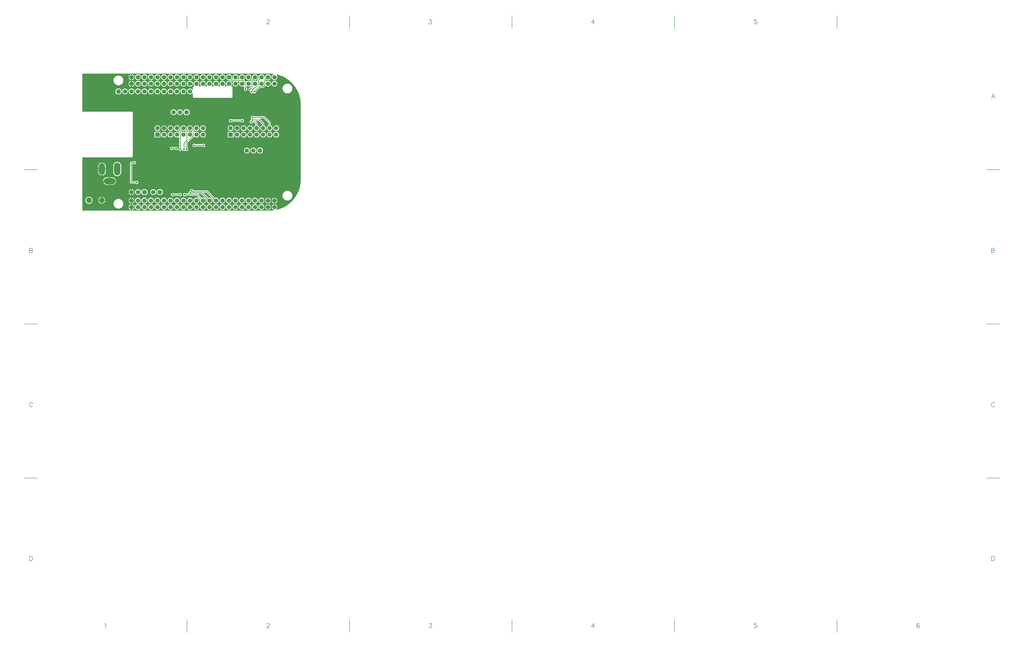
<source format=gbl>
G04*
G04 #@! TF.GenerationSoftware,Altium Limited,Altium Designer,22.10.1 (41)*
G04*
G04 Layer_Physical_Order=2*
G04 Layer_Color=16711680*
%FSLAX43Y43*%
%MOMM*%
G71*
G04*
G04 #@! TF.SameCoordinates,A9E92A4C-3054-4B5A-B43F-CED4EE29FA58*
G04*
G04*
G04 #@! TF.FilePolarity,Positive*
G04*
G01*
G75*
%ADD10C,0.250*%
%ADD15C,0.127*%
%ADD16C,0.178*%
%ADD44C,1.700*%
%ADD45P,1.840X8X22.5*%
%ADD46C,1.676*%
%ADD47R,1.676X1.676*%
%ADD48C,2.200*%
%ADD49O,2.500X5.000*%
%ADD50O,2.500X4.500*%
%ADD51O,4.500X2.500*%
%ADD52C,0.700*%
G36*
X75094Y54025D02*
X75208Y54007D01*
X75219Y53803D01*
X75121Y53777D01*
X74859Y53625D01*
X74645Y53411D01*
X74493Y53149D01*
X74415Y52856D01*
X74415Y52554D01*
X74493Y52261D01*
X74645Y51999D01*
X74859Y51785D01*
X75121Y51633D01*
X75414Y51555D01*
X75716Y51555D01*
X76009Y51633D01*
X76271Y51785D01*
X76485Y51999D01*
X76637Y52261D01*
X76715Y52554D01*
X76715Y52856D01*
X76637Y53149D01*
X76485Y53411D01*
X76416Y53481D01*
X76420Y53755D01*
X76445Y53778D01*
X76971Y53652D01*
X77883Y53356D01*
X78767Y52989D01*
X79621Y52554D01*
X80438Y52054D01*
X81213Y51491D01*
X81941Y50868D01*
X82618Y50191D01*
X83241Y49463D01*
X83804Y48688D01*
X84304Y47871D01*
X84739Y47017D01*
X85106Y46133D01*
X85402Y45221D01*
X85625Y44290D01*
X85775Y43344D01*
X85850Y42389D01*
X85850Y41910D01*
X85850Y12700D01*
X85850Y12221D01*
X85775Y11266D01*
X85625Y10320D01*
X85402Y9389D01*
X85106Y8477D01*
X84739Y7593D01*
X84304Y6739D01*
X83804Y5922D01*
X83241Y5147D01*
X82618Y4419D01*
X81941Y3742D01*
X81213Y3119D01*
X80438Y2556D01*
X79621Y2056D01*
X78767Y1621D01*
X77883Y1254D01*
X76971Y958D01*
X76208Y775D01*
X76133Y963D01*
X76240Y1025D01*
X76445Y1230D01*
X76590Y1480D01*
X76664Y1755D01*
X74466Y1755D01*
X74540Y1480D01*
X74685Y1230D01*
X74890Y1025D01*
X75140Y880D01*
X75340Y826D01*
X75329Y622D01*
X75094Y585D01*
X74139Y510D01*
X73660Y510D01*
X510Y510D01*
X510Y21334D01*
X19685Y21334D01*
X19880Y21373D01*
X20045Y21484D01*
X20156Y21649D01*
X20195Y21844D01*
X20195Y38735D01*
X20156Y38930D01*
X20045Y39095D01*
X19880Y39206D01*
X19685Y39245D01*
X510Y39245D01*
X510Y54100D01*
X74139Y54100D01*
X75094Y54025D01*
X75094Y54025D02*
G37*
%LPC*%
G36*
X19835Y53804D02*
X19835Y52855D01*
X20784Y52855D01*
X20710Y53130D01*
X20565Y53380D01*
X20360Y53585D01*
X20110Y53730D01*
X19835Y53804D01*
X19835Y53804D02*
G37*
G36*
X19535Y53804D02*
X19260Y53730D01*
X19010Y53585D01*
X18805Y53380D01*
X18660Y53130D01*
X18586Y52855D01*
X19535Y52855D01*
X19535Y53804D01*
X19535Y53804D02*
G37*
G36*
X73176Y53855D02*
X72874Y53855D01*
X72581Y53777D01*
X72319Y53625D01*
X72105Y53411D01*
X71953Y53149D01*
X71875Y52856D01*
X71875Y52685D01*
X71835Y52648D01*
X71652Y52728D01*
X71635Y52751D01*
X71635Y52856D01*
X71557Y53149D01*
X71405Y53411D01*
X71191Y53625D01*
X70929Y53777D01*
X70636Y53855D01*
X70334Y53855D01*
X70041Y53777D01*
X69779Y53625D01*
X69565Y53411D01*
X69413Y53149D01*
X69335Y52856D01*
X69335Y52554D01*
X69413Y52261D01*
X69419Y52252D01*
X68954Y51786D01*
X68860Y51646D01*
X68827Y51480D01*
X68827Y51160D01*
X68627Y51099D01*
X68389Y51237D01*
X68096Y51315D01*
X67794Y51315D01*
X67501Y51237D01*
X67466Y51216D01*
X67244Y51319D01*
X67234Y51381D01*
X67492Y51639D01*
X67501Y51633D01*
X67794Y51555D01*
X68096Y51555D01*
X68389Y51633D01*
X68651Y51785D01*
X68865Y51999D01*
X69017Y52261D01*
X69095Y52554D01*
X69095Y52856D01*
X69017Y53149D01*
X68865Y53411D01*
X68651Y53625D01*
X68389Y53777D01*
X68096Y53855D01*
X67794Y53855D01*
X67501Y53777D01*
X67239Y53625D01*
X67025Y53411D01*
X66873Y53149D01*
X66795Y52856D01*
X66795Y52554D01*
X66873Y52261D01*
X66879Y52252D01*
X66369Y51741D01*
X66275Y51601D01*
X66242Y51435D01*
X66242Y51219D01*
X66042Y51125D01*
X65849Y51237D01*
X65556Y51315D01*
X65254Y51315D01*
X64961Y51237D01*
X64699Y51085D01*
X64619Y51005D01*
X64396Y50979D01*
X63722Y51653D01*
X63708Y51914D01*
X63718Y51931D01*
X63785Y51999D01*
X63937Y52261D01*
X64015Y52554D01*
X64015Y52856D01*
X63937Y53149D01*
X63785Y53411D01*
X63571Y53625D01*
X63309Y53777D01*
X63016Y53855D01*
X62714Y53855D01*
X62421Y53777D01*
X62159Y53625D01*
X61945Y53411D01*
X61793Y53149D01*
X61715Y52856D01*
X61715Y52554D01*
X61793Y52261D01*
X61895Y52085D01*
X61789Y51885D01*
X61401Y51885D01*
X61295Y52085D01*
X61397Y52261D01*
X61475Y52554D01*
X61475Y52856D01*
X61397Y53149D01*
X61245Y53411D01*
X61031Y53625D01*
X60769Y53777D01*
X60476Y53855D01*
X60174Y53855D01*
X59881Y53777D01*
X59619Y53625D01*
X59405Y53411D01*
X59253Y53149D01*
X59175Y52856D01*
X59175Y52554D01*
X59253Y52261D01*
X59265Y52241D01*
X59160Y52023D01*
X59090Y52012D01*
X58851Y52252D01*
X58857Y52261D01*
X58935Y52554D01*
X58935Y52856D01*
X58857Y53149D01*
X58705Y53411D01*
X58491Y53625D01*
X58229Y53777D01*
X57936Y53855D01*
X57634Y53855D01*
X57341Y53777D01*
X57079Y53625D01*
X56865Y53411D01*
X56713Y53149D01*
X56635Y52856D01*
X56635Y52554D01*
X56713Y52261D01*
X56865Y51999D01*
X57079Y51785D01*
X57341Y51633D01*
X57634Y51555D01*
X57936Y51555D01*
X58229Y51633D01*
X58238Y51639D01*
X58732Y51145D01*
X58872Y51052D01*
X59038Y51019D01*
X59293Y51019D01*
X59374Y50819D01*
X59253Y50609D01*
X59175Y50316D01*
X59175Y50014D01*
X59253Y49721D01*
X59405Y49459D01*
X59619Y49245D01*
X59881Y49093D01*
X60174Y49015D01*
X60476Y49015D01*
X60769Y49093D01*
X61031Y49245D01*
X61245Y49459D01*
X61397Y49721D01*
X61475Y50014D01*
X61475Y50316D01*
X61397Y50609D01*
X61276Y50819D01*
X61357Y51019D01*
X61833Y51019D01*
X61914Y50819D01*
X61793Y50609D01*
X61715Y50316D01*
X61715Y50014D01*
X61793Y49721D01*
X61945Y49459D01*
X62159Y49245D01*
X62421Y49093D01*
X62714Y49015D01*
X63016Y49015D01*
X63309Y49093D01*
X63457Y49179D01*
X63657Y49063D01*
X63657Y48635D01*
X63690Y48469D01*
X63742Y48391D01*
X63664Y48257D01*
X63620Y48092D01*
X63620Y47920D01*
X63664Y47755D01*
X63750Y47607D01*
X63871Y47486D01*
X64019Y47400D01*
X64184Y47356D01*
X64356Y47356D01*
X64521Y47400D01*
X64669Y47486D01*
X64790Y47607D01*
X64876Y47755D01*
X64920Y47920D01*
X64920Y48092D01*
X64876Y48257D01*
X64790Y48405D01*
X64693Y48502D01*
X64669Y48622D01*
X64575Y48762D01*
X64523Y48814D01*
X64523Y49170D01*
X64723Y49231D01*
X64961Y49093D01*
X65254Y49015D01*
X65556Y49015D01*
X65849Y49093D01*
X66042Y49205D01*
X66242Y49111D01*
X66242Y48820D01*
X66077Y48656D01*
X65954Y48656D01*
X65789Y48612D01*
X65641Y48526D01*
X65520Y48405D01*
X65434Y48257D01*
X65390Y48092D01*
X65390Y47920D01*
X65434Y47755D01*
X65520Y47607D01*
X65641Y47486D01*
X65789Y47400D01*
X65911Y47368D01*
X65971Y47320D01*
X66047Y47156D01*
X66025Y47076D01*
X66025Y46904D01*
X66069Y46739D01*
X66155Y46591D01*
X66276Y46470D01*
X66424Y46384D01*
X66589Y46340D01*
X66761Y46340D01*
X66926Y46384D01*
X67074Y46470D01*
X67185Y46581D01*
X67296Y46470D01*
X67444Y46384D01*
X67609Y46340D01*
X67781Y46340D01*
X67946Y46384D01*
X68094Y46470D01*
X68215Y46591D01*
X68301Y46739D01*
X68345Y46904D01*
X68345Y47027D01*
X69824Y48507D01*
X70992Y48507D01*
X71158Y48540D01*
X71299Y48634D01*
X72016Y49351D01*
X72239Y49325D01*
X72239Y49325D01*
X72319Y49245D01*
X72581Y49093D01*
X72874Y49015D01*
X73176Y49015D01*
X73469Y49093D01*
X73731Y49245D01*
X73945Y49459D01*
X74097Y49721D01*
X74175Y50014D01*
X74175Y50316D01*
X74097Y50609D01*
X73945Y50871D01*
X73731Y51085D01*
X73469Y51237D01*
X73176Y51315D01*
X72874Y51315D01*
X72581Y51237D01*
X72343Y51099D01*
X72143Y51160D01*
X72143Y51584D01*
X72335Y51775D01*
X72581Y51633D01*
X72874Y51555D01*
X73176Y51555D01*
X73469Y51633D01*
X73731Y51785D01*
X73945Y51999D01*
X74097Y52261D01*
X74175Y52554D01*
X74175Y52856D01*
X74097Y53149D01*
X73945Y53411D01*
X73731Y53625D01*
X73469Y53777D01*
X73176Y53855D01*
X73176Y53855D02*
G37*
G36*
X20784Y52555D02*
X19835Y52555D01*
X19835Y51606D01*
X20110Y51680D01*
X20360Y51825D01*
X20565Y52030D01*
X20710Y52280D01*
X20784Y52555D01*
X20784Y52555D02*
G37*
G36*
X19535Y52555D02*
X18586Y52555D01*
X18660Y52280D01*
X18805Y52030D01*
X19010Y51825D01*
X19260Y51680D01*
X19535Y51606D01*
X19535Y52555D01*
X19535Y52555D02*
G37*
G36*
X65556Y53855D02*
X65254Y53855D01*
X64961Y53777D01*
X64699Y53625D01*
X64485Y53411D01*
X64333Y53149D01*
X64255Y52856D01*
X64255Y52554D01*
X64333Y52261D01*
X64485Y51999D01*
X64699Y51785D01*
X64961Y51633D01*
X65254Y51555D01*
X65556Y51555D01*
X65849Y51633D01*
X66111Y51785D01*
X66325Y51999D01*
X66477Y52261D01*
X66555Y52554D01*
X66555Y52856D01*
X66477Y53149D01*
X66325Y53411D01*
X66111Y53625D01*
X65849Y53777D01*
X65556Y53855D01*
X65556Y53855D02*
G37*
G36*
X55396Y53855D02*
X55094Y53855D01*
X54801Y53777D01*
X54539Y53625D01*
X54325Y53411D01*
X54173Y53149D01*
X54095Y52856D01*
X54095Y52554D01*
X54173Y52261D01*
X54325Y51999D01*
X54539Y51785D01*
X54801Y51633D01*
X55094Y51555D01*
X55396Y51555D01*
X55689Y51633D01*
X55951Y51785D01*
X56165Y51999D01*
X56317Y52261D01*
X56395Y52554D01*
X56395Y52856D01*
X56317Y53149D01*
X56165Y53411D01*
X55951Y53625D01*
X55689Y53777D01*
X55396Y53855D01*
X55396Y53855D02*
G37*
G36*
X52856Y53855D02*
X52554Y53855D01*
X52261Y53777D01*
X51999Y53625D01*
X51785Y53411D01*
X51633Y53149D01*
X51555Y52856D01*
X51555Y52554D01*
X51633Y52261D01*
X51785Y51999D01*
X51999Y51785D01*
X52261Y51633D01*
X52554Y51555D01*
X52856Y51555D01*
X53149Y51633D01*
X53411Y51785D01*
X53625Y51999D01*
X53777Y52261D01*
X53855Y52554D01*
X53855Y52856D01*
X53777Y53149D01*
X53625Y53411D01*
X53411Y53625D01*
X53149Y53777D01*
X52856Y53855D01*
X52856Y53855D02*
G37*
G36*
X50316Y53855D02*
X50014Y53855D01*
X49721Y53777D01*
X49459Y53625D01*
X49245Y53411D01*
X49093Y53149D01*
X49015Y52856D01*
X49015Y52554D01*
X49093Y52261D01*
X49245Y51999D01*
X49459Y51785D01*
X49721Y51633D01*
X50014Y51555D01*
X50316Y51555D01*
X50609Y51633D01*
X50871Y51785D01*
X51085Y51999D01*
X51237Y52261D01*
X51315Y52554D01*
X51315Y52856D01*
X51237Y53149D01*
X51085Y53411D01*
X50871Y53625D01*
X50609Y53777D01*
X50316Y53855D01*
X50316Y53855D02*
G37*
G36*
X47776Y53855D02*
X47474Y53855D01*
X47181Y53777D01*
X46919Y53625D01*
X46705Y53411D01*
X46553Y53149D01*
X46475Y52856D01*
X46475Y52554D01*
X46553Y52261D01*
X46705Y51999D01*
X46919Y51785D01*
X47181Y51633D01*
X47474Y51555D01*
X47776Y51555D01*
X48069Y51633D01*
X48331Y51785D01*
X48545Y51999D01*
X48697Y52261D01*
X48775Y52554D01*
X48775Y52856D01*
X48697Y53149D01*
X48545Y53411D01*
X48331Y53625D01*
X48069Y53777D01*
X47776Y53855D01*
X47776Y53855D02*
G37*
G36*
X45236Y53855D02*
X44934Y53855D01*
X44641Y53777D01*
X44379Y53625D01*
X44165Y53411D01*
X44013Y53149D01*
X43935Y52856D01*
X43935Y52554D01*
X44013Y52261D01*
X44165Y51999D01*
X44379Y51785D01*
X44641Y51633D01*
X44934Y51555D01*
X45236Y51555D01*
X45529Y51633D01*
X45791Y51785D01*
X46005Y51999D01*
X46157Y52261D01*
X46235Y52554D01*
X46235Y52856D01*
X46157Y53149D01*
X46005Y53411D01*
X45791Y53625D01*
X45529Y53777D01*
X45236Y53855D01*
X45236Y53855D02*
G37*
G36*
X42696Y53855D02*
X42394Y53855D01*
X42101Y53777D01*
X41839Y53625D01*
X41625Y53411D01*
X41473Y53149D01*
X41395Y52856D01*
X41395Y52554D01*
X41473Y52261D01*
X41625Y51999D01*
X41839Y51785D01*
X42101Y51633D01*
X42394Y51555D01*
X42696Y51555D01*
X42989Y51633D01*
X43251Y51785D01*
X43465Y51999D01*
X43617Y52261D01*
X43695Y52554D01*
X43695Y52856D01*
X43617Y53149D01*
X43465Y53411D01*
X43251Y53625D01*
X42989Y53777D01*
X42696Y53855D01*
X42696Y53855D02*
G37*
G36*
X40156Y53855D02*
X39854Y53855D01*
X39561Y53777D01*
X39299Y53625D01*
X39085Y53411D01*
X38933Y53149D01*
X38855Y52856D01*
X38855Y52554D01*
X38933Y52261D01*
X39085Y51999D01*
X39299Y51785D01*
X39561Y51633D01*
X39854Y51555D01*
X40156Y51555D01*
X40449Y51633D01*
X40711Y51785D01*
X40925Y51999D01*
X41077Y52261D01*
X41155Y52554D01*
X41155Y52856D01*
X41077Y53149D01*
X40925Y53411D01*
X40711Y53625D01*
X40449Y53777D01*
X40156Y53855D01*
X40156Y53855D02*
G37*
G36*
X37616Y53855D02*
X37314Y53855D01*
X37021Y53777D01*
X36759Y53625D01*
X36545Y53411D01*
X36393Y53149D01*
X36315Y52856D01*
X36315Y52554D01*
X36393Y52261D01*
X36545Y51999D01*
X36759Y51785D01*
X37021Y51633D01*
X37314Y51555D01*
X37616Y51555D01*
X37909Y51633D01*
X38171Y51785D01*
X38385Y51999D01*
X38537Y52261D01*
X38615Y52554D01*
X38615Y52856D01*
X38537Y53149D01*
X38385Y53411D01*
X38171Y53625D01*
X37909Y53777D01*
X37616Y53855D01*
X37616Y53855D02*
G37*
G36*
X35076Y53855D02*
X34774Y53855D01*
X34481Y53777D01*
X34219Y53625D01*
X34005Y53411D01*
X33853Y53149D01*
X33775Y52856D01*
X33775Y52554D01*
X33853Y52261D01*
X34005Y51999D01*
X34219Y51785D01*
X34481Y51633D01*
X34774Y51555D01*
X35076Y51555D01*
X35369Y51633D01*
X35631Y51785D01*
X35845Y51999D01*
X35997Y52261D01*
X36075Y52554D01*
X36075Y52856D01*
X35997Y53149D01*
X35845Y53411D01*
X35631Y53625D01*
X35369Y53777D01*
X35076Y53855D01*
X35076Y53855D02*
G37*
G36*
X32536Y53855D02*
X32234Y53855D01*
X31941Y53777D01*
X31679Y53625D01*
X31465Y53411D01*
X31313Y53149D01*
X31235Y52856D01*
X31235Y52554D01*
X31313Y52261D01*
X31465Y51999D01*
X31679Y51785D01*
X31941Y51633D01*
X32234Y51555D01*
X32536Y51555D01*
X32829Y51633D01*
X33091Y51785D01*
X33305Y51999D01*
X33457Y52261D01*
X33535Y52554D01*
X33535Y52856D01*
X33457Y53149D01*
X33305Y53411D01*
X33091Y53625D01*
X32829Y53777D01*
X32536Y53855D01*
X32536Y53855D02*
G37*
G36*
X29996Y53855D02*
X29694Y53855D01*
X29401Y53777D01*
X29139Y53625D01*
X28925Y53411D01*
X28773Y53149D01*
X28695Y52856D01*
X28695Y52554D01*
X28773Y52261D01*
X28925Y51999D01*
X29139Y51785D01*
X29401Y51633D01*
X29694Y51555D01*
X29996Y51555D01*
X30289Y51633D01*
X30551Y51785D01*
X30765Y51999D01*
X30917Y52261D01*
X30995Y52554D01*
X30995Y52856D01*
X30917Y53149D01*
X30765Y53411D01*
X30551Y53625D01*
X30289Y53777D01*
X29996Y53855D01*
X29996Y53855D02*
G37*
G36*
X27456Y53855D02*
X27154Y53855D01*
X26861Y53777D01*
X26599Y53625D01*
X26385Y53411D01*
X26233Y53149D01*
X26155Y52856D01*
X26155Y52554D01*
X26233Y52261D01*
X26385Y51999D01*
X26599Y51785D01*
X26861Y51633D01*
X27154Y51555D01*
X27456Y51555D01*
X27749Y51633D01*
X28011Y51785D01*
X28225Y51999D01*
X28377Y52261D01*
X28455Y52554D01*
X28455Y52856D01*
X28377Y53149D01*
X28225Y53411D01*
X28011Y53625D01*
X27749Y53777D01*
X27456Y53855D01*
X27456Y53855D02*
G37*
G36*
X24916Y53855D02*
X24614Y53855D01*
X24321Y53777D01*
X24059Y53625D01*
X23845Y53411D01*
X23693Y53149D01*
X23615Y52856D01*
X23615Y52554D01*
X23693Y52261D01*
X23845Y51999D01*
X24059Y51785D01*
X24321Y51633D01*
X24614Y51555D01*
X24916Y51555D01*
X25209Y51633D01*
X25471Y51785D01*
X25685Y51999D01*
X25837Y52261D01*
X25915Y52554D01*
X25915Y52856D01*
X25837Y53149D01*
X25685Y53411D01*
X25471Y53625D01*
X25209Y53777D01*
X24916Y53855D01*
X24916Y53855D02*
G37*
G36*
X22376Y53855D02*
X22074Y53855D01*
X21781Y53777D01*
X21519Y53625D01*
X21305Y53411D01*
X21153Y53149D01*
X21075Y52856D01*
X21075Y52554D01*
X21153Y52261D01*
X21305Y51999D01*
X21519Y51785D01*
X21781Y51633D01*
X22074Y51555D01*
X22376Y51555D01*
X22669Y51633D01*
X22931Y51785D01*
X23145Y51999D01*
X23297Y52261D01*
X23375Y52554D01*
X23375Y52856D01*
X23297Y53149D01*
X23145Y53411D01*
X22931Y53625D01*
X22669Y53777D01*
X22376Y53855D01*
X22376Y53855D02*
G37*
G36*
X20235Y51265D02*
X19835Y51265D01*
X19835Y50315D01*
X20785Y50315D01*
X20785Y50715D01*
X20235Y51265D01*
X20235Y51265D02*
G37*
G36*
X19535Y51265D02*
X19135Y51265D01*
X18585Y50715D01*
X18585Y50315D01*
X19535Y50315D01*
X19535Y51265D01*
X19535Y51265D02*
G37*
G36*
X14792Y53335D02*
X14418Y53335D01*
X14051Y53262D01*
X13705Y53119D01*
X13394Y52911D01*
X13129Y52646D01*
X12921Y52335D01*
X12778Y51989D01*
X12705Y51622D01*
X12705Y51248D01*
X12778Y50881D01*
X12921Y50535D01*
X13129Y50224D01*
X13394Y49959D01*
X13705Y49751D01*
X14051Y49608D01*
X14418Y49535D01*
X14792Y49535D01*
X15159Y49608D01*
X15505Y49751D01*
X15816Y49959D01*
X16081Y50224D01*
X16289Y50535D01*
X16432Y50881D01*
X16505Y51248D01*
X16505Y51622D01*
X16432Y51989D01*
X16289Y52335D01*
X16081Y52646D01*
X15816Y52911D01*
X15505Y53119D01*
X15159Y53262D01*
X14792Y53335D01*
X14792Y53335D02*
G37*
G36*
X57936Y51315D02*
X57634Y51315D01*
X57341Y51237D01*
X57079Y51085D01*
X56865Y50871D01*
X56713Y50609D01*
X56635Y50316D01*
X56635Y50014D01*
X56713Y49721D01*
X56865Y49459D01*
X56979Y49345D01*
X56896Y49145D01*
X56134Y49145D01*
X56051Y49345D01*
X56165Y49459D01*
X56317Y49721D01*
X56395Y50014D01*
X56395Y50316D01*
X56317Y50609D01*
X56165Y50871D01*
X55951Y51085D01*
X55689Y51237D01*
X55396Y51315D01*
X55094Y51315D01*
X54801Y51237D01*
X54539Y51085D01*
X54325Y50871D01*
X54173Y50609D01*
X54095Y50316D01*
X54095Y50014D01*
X54173Y49721D01*
X54325Y49459D01*
X54439Y49345D01*
X54356Y49145D01*
X53594Y49145D01*
X53511Y49345D01*
X53625Y49459D01*
X53777Y49721D01*
X53855Y50014D01*
X53855Y50316D01*
X53777Y50609D01*
X53625Y50871D01*
X53411Y51085D01*
X53149Y51237D01*
X52856Y51315D01*
X52554Y51315D01*
X52261Y51237D01*
X51999Y51085D01*
X51785Y50871D01*
X51633Y50609D01*
X51555Y50316D01*
X51555Y50014D01*
X51633Y49721D01*
X51785Y49459D01*
X51899Y49345D01*
X51816Y49145D01*
X51054Y49145D01*
X50971Y49345D01*
X51085Y49459D01*
X51237Y49721D01*
X51315Y50014D01*
X51315Y50316D01*
X51237Y50609D01*
X51085Y50871D01*
X50871Y51085D01*
X50609Y51237D01*
X50316Y51315D01*
X50014Y51315D01*
X49721Y51237D01*
X49459Y51085D01*
X49245Y50871D01*
X49093Y50609D01*
X49015Y50316D01*
X49015Y50014D01*
X49093Y49721D01*
X49245Y49459D01*
X49359Y49345D01*
X49276Y49145D01*
X48514Y49145D01*
X48431Y49345D01*
X48545Y49459D01*
X48697Y49721D01*
X48775Y50014D01*
X48775Y50316D01*
X48697Y50609D01*
X48545Y50871D01*
X48331Y51085D01*
X48069Y51237D01*
X47776Y51315D01*
X47474Y51315D01*
X47181Y51237D01*
X46919Y51085D01*
X46705Y50871D01*
X46553Y50609D01*
X46475Y50316D01*
X46475Y50014D01*
X46553Y49721D01*
X46705Y49459D01*
X46819Y49345D01*
X46736Y49145D01*
X45974Y49145D01*
X45891Y49345D01*
X46005Y49459D01*
X46157Y49721D01*
X46235Y50014D01*
X46235Y50316D01*
X46157Y50609D01*
X46005Y50871D01*
X45791Y51085D01*
X45529Y51237D01*
X45236Y51315D01*
X44934Y51315D01*
X44641Y51237D01*
X44379Y51085D01*
X44165Y50871D01*
X44013Y50609D01*
X43935Y50316D01*
X43935Y50014D01*
X44013Y49721D01*
X44165Y49459D01*
X44279Y49345D01*
X44196Y49145D01*
X44196Y49145D01*
X44001Y49106D01*
X43836Y48995D01*
X43725Y48830D01*
X43686Y48635D01*
X43686Y47840D01*
X43486Y47787D01*
X43465Y47823D01*
X43251Y48037D01*
X42989Y48189D01*
X42696Y48267D01*
X42394Y48267D01*
X42101Y48189D01*
X41839Y48037D01*
X41625Y47823D01*
X41473Y47561D01*
X41395Y47268D01*
X41395Y46966D01*
X41473Y46673D01*
X41625Y46411D01*
X41839Y46197D01*
X42101Y46045D01*
X42394Y45967D01*
X42696Y45967D01*
X42989Y46045D01*
X43251Y46197D01*
X43465Y46411D01*
X43486Y46447D01*
X43686Y46394D01*
X43686Y45114D01*
X43725Y44919D01*
X43836Y44754D01*
X44001Y44643D01*
X44196Y44604D01*
X58674Y44604D01*
X58869Y44643D01*
X59034Y44754D01*
X59145Y44919D01*
X59184Y45114D01*
X59184Y48635D01*
X59145Y48830D01*
X59034Y48995D01*
X58869Y49106D01*
X58674Y49145D01*
X58674Y49145D01*
X58591Y49345D01*
X58705Y49459D01*
X58857Y49721D01*
X58935Y50014D01*
X58935Y50316D01*
X58857Y50609D01*
X58705Y50871D01*
X58491Y51085D01*
X58229Y51237D01*
X57936Y51315D01*
X57936Y51315D02*
G37*
G36*
X20785Y50015D02*
X19835Y50015D01*
X19835Y49065D01*
X20235Y49065D01*
X20785Y49615D01*
X20785Y50015D01*
X20785Y50015D02*
G37*
G36*
X19535Y50015D02*
X18585Y50015D01*
X18585Y49615D01*
X19135Y49065D01*
X19535Y49065D01*
X19535Y50015D01*
X19535Y50015D02*
G37*
G36*
X75716Y51315D02*
X75414Y51315D01*
X75121Y51237D01*
X74859Y51085D01*
X74645Y50871D01*
X74493Y50609D01*
X74415Y50316D01*
X74415Y50014D01*
X74493Y49721D01*
X74645Y49459D01*
X74859Y49245D01*
X75121Y49093D01*
X75414Y49015D01*
X75716Y49015D01*
X76009Y49093D01*
X76271Y49245D01*
X76485Y49459D01*
X76637Y49721D01*
X76715Y50014D01*
X76715Y50316D01*
X76637Y50609D01*
X76485Y50871D01*
X76271Y51085D01*
X76009Y51237D01*
X75716Y51315D01*
X75716Y51315D02*
G37*
G36*
X42696Y51315D02*
X42394Y51315D01*
X42101Y51237D01*
X41839Y51085D01*
X41625Y50871D01*
X41473Y50609D01*
X41395Y50316D01*
X41395Y50014D01*
X41473Y49721D01*
X41625Y49459D01*
X41839Y49245D01*
X42101Y49093D01*
X42394Y49015D01*
X42696Y49015D01*
X42989Y49093D01*
X43251Y49245D01*
X43465Y49459D01*
X43617Y49721D01*
X43695Y50014D01*
X43695Y50316D01*
X43617Y50609D01*
X43465Y50871D01*
X43251Y51085D01*
X42989Y51237D01*
X42696Y51315D01*
X42696Y51315D02*
G37*
G36*
X40156Y51315D02*
X39854Y51315D01*
X39561Y51237D01*
X39299Y51085D01*
X39085Y50871D01*
X38933Y50609D01*
X38855Y50316D01*
X38855Y50014D01*
X38933Y49721D01*
X39085Y49459D01*
X39299Y49245D01*
X39561Y49093D01*
X39854Y49015D01*
X40156Y49015D01*
X40449Y49093D01*
X40711Y49245D01*
X40925Y49459D01*
X41077Y49721D01*
X41155Y50014D01*
X41155Y50316D01*
X41077Y50609D01*
X40925Y50871D01*
X40711Y51085D01*
X40449Y51237D01*
X40156Y51315D01*
X40156Y51315D02*
G37*
G36*
X37616Y51315D02*
X37314Y51315D01*
X37021Y51237D01*
X36759Y51085D01*
X36545Y50871D01*
X36393Y50609D01*
X36315Y50316D01*
X36315Y50014D01*
X36393Y49721D01*
X36545Y49459D01*
X36759Y49245D01*
X37021Y49093D01*
X37314Y49015D01*
X37616Y49015D01*
X37909Y49093D01*
X38171Y49245D01*
X38385Y49459D01*
X38537Y49721D01*
X38615Y50014D01*
X38615Y50316D01*
X38537Y50609D01*
X38385Y50871D01*
X38171Y51085D01*
X37909Y51237D01*
X37616Y51315D01*
X37616Y51315D02*
G37*
G36*
X35076Y51315D02*
X34774Y51315D01*
X34481Y51237D01*
X34219Y51085D01*
X34005Y50871D01*
X33853Y50609D01*
X33775Y50316D01*
X33775Y50014D01*
X33853Y49721D01*
X34005Y49459D01*
X34219Y49245D01*
X34481Y49093D01*
X34774Y49015D01*
X35076Y49015D01*
X35369Y49093D01*
X35631Y49245D01*
X35845Y49459D01*
X35997Y49721D01*
X36075Y50014D01*
X36075Y50316D01*
X35997Y50609D01*
X35845Y50871D01*
X35631Y51085D01*
X35369Y51237D01*
X35076Y51315D01*
X35076Y51315D02*
G37*
G36*
X32536Y51315D02*
X32234Y51315D01*
X31941Y51237D01*
X31679Y51085D01*
X31465Y50871D01*
X31313Y50609D01*
X31235Y50316D01*
X31235Y50014D01*
X31313Y49721D01*
X31465Y49459D01*
X31679Y49245D01*
X31941Y49093D01*
X32234Y49015D01*
X32536Y49015D01*
X32829Y49093D01*
X33091Y49245D01*
X33305Y49459D01*
X33457Y49721D01*
X33535Y50014D01*
X33535Y50316D01*
X33457Y50609D01*
X33305Y50871D01*
X33091Y51085D01*
X32829Y51237D01*
X32536Y51315D01*
X32536Y51315D02*
G37*
G36*
X29996Y51315D02*
X29694Y51315D01*
X29401Y51237D01*
X29139Y51085D01*
X28925Y50871D01*
X28773Y50609D01*
X28695Y50316D01*
X28695Y50014D01*
X28773Y49721D01*
X28925Y49459D01*
X29139Y49245D01*
X29401Y49093D01*
X29694Y49015D01*
X29996Y49015D01*
X30289Y49093D01*
X30551Y49245D01*
X30765Y49459D01*
X30917Y49721D01*
X30995Y50014D01*
X30995Y50316D01*
X30917Y50609D01*
X30765Y50871D01*
X30551Y51085D01*
X30289Y51237D01*
X29996Y51315D01*
X29996Y51315D02*
G37*
G36*
X27456Y51315D02*
X27154Y51315D01*
X26861Y51237D01*
X26599Y51085D01*
X26385Y50871D01*
X26233Y50609D01*
X26155Y50316D01*
X26155Y50014D01*
X26233Y49721D01*
X26385Y49459D01*
X26599Y49245D01*
X26861Y49093D01*
X27154Y49015D01*
X27456Y49015D01*
X27749Y49093D01*
X28011Y49245D01*
X28225Y49459D01*
X28377Y49721D01*
X28455Y50014D01*
X28455Y50316D01*
X28377Y50609D01*
X28225Y50871D01*
X28011Y51085D01*
X27749Y51237D01*
X27456Y51315D01*
X27456Y51315D02*
G37*
G36*
X24916Y51315D02*
X24614Y51315D01*
X24321Y51237D01*
X24059Y51085D01*
X23845Y50871D01*
X23693Y50609D01*
X23615Y50316D01*
X23615Y50014D01*
X23693Y49721D01*
X23845Y49459D01*
X24059Y49245D01*
X24321Y49093D01*
X24614Y49015D01*
X24916Y49015D01*
X25209Y49093D01*
X25471Y49245D01*
X25685Y49459D01*
X25837Y49721D01*
X25915Y50014D01*
X25915Y50316D01*
X25837Y50609D01*
X25685Y50871D01*
X25471Y51085D01*
X25209Y51237D01*
X24916Y51315D01*
X24916Y51315D02*
G37*
G36*
X22376Y51315D02*
X22074Y51315D01*
X21781Y51237D01*
X21519Y51085D01*
X21305Y50871D01*
X21153Y50609D01*
X21075Y50316D01*
X21075Y50014D01*
X21153Y49721D01*
X21305Y49459D01*
X21519Y49245D01*
X21781Y49093D01*
X22074Y49015D01*
X22376Y49015D01*
X22669Y49093D01*
X22931Y49245D01*
X23145Y49459D01*
X23297Y49721D01*
X23375Y50014D01*
X23375Y50316D01*
X23297Y50609D01*
X23145Y50871D01*
X22931Y51085D01*
X22669Y51237D01*
X22376Y51315D01*
X22376Y51315D02*
G37*
G36*
X80832Y50160D02*
X80458Y50160D01*
X80091Y50087D01*
X79745Y49944D01*
X79434Y49736D01*
X79169Y49471D01*
X78961Y49160D01*
X78818Y48814D01*
X78745Y48447D01*
X78745Y48073D01*
X78818Y47706D01*
X78961Y47360D01*
X79169Y47049D01*
X79434Y46784D01*
X79745Y46576D01*
X80091Y46433D01*
X80458Y46360D01*
X80832Y46360D01*
X81199Y46433D01*
X81545Y46576D01*
X81856Y46784D01*
X82121Y47049D01*
X82329Y47360D01*
X82472Y47706D01*
X82545Y48073D01*
X82545Y48447D01*
X82472Y48814D01*
X82329Y49160D01*
X82121Y49471D01*
X81856Y49736D01*
X81545Y49944D01*
X81199Y50087D01*
X80832Y50160D01*
X80832Y50160D02*
G37*
G36*
X40156Y48267D02*
X39854Y48267D01*
X39561Y48189D01*
X39299Y48037D01*
X39085Y47823D01*
X38933Y47561D01*
X38855Y47268D01*
X38855Y46966D01*
X38933Y46673D01*
X39085Y46411D01*
X39299Y46197D01*
X39561Y46045D01*
X39854Y45967D01*
X40156Y45967D01*
X40449Y46045D01*
X40711Y46197D01*
X40925Y46411D01*
X41077Y46673D01*
X41155Y46966D01*
X41155Y47268D01*
X41077Y47561D01*
X40925Y47823D01*
X40711Y48037D01*
X40449Y48189D01*
X40156Y48267D01*
X40156Y48267D02*
G37*
G36*
X37616Y48267D02*
X37314Y48267D01*
X37021Y48189D01*
X36759Y48037D01*
X36545Y47823D01*
X36393Y47561D01*
X36315Y47268D01*
X36315Y46966D01*
X36393Y46673D01*
X36545Y46411D01*
X36759Y46197D01*
X37021Y46045D01*
X37314Y45967D01*
X37616Y45967D01*
X37909Y46045D01*
X38171Y46197D01*
X38385Y46411D01*
X38537Y46673D01*
X38615Y46966D01*
X38615Y47268D01*
X38537Y47561D01*
X38385Y47823D01*
X38171Y48037D01*
X37909Y48189D01*
X37616Y48267D01*
X37616Y48267D02*
G37*
G36*
X35076Y48267D02*
X34774Y48267D01*
X34481Y48189D01*
X34219Y48037D01*
X34005Y47823D01*
X33853Y47561D01*
X33775Y47268D01*
X33775Y46966D01*
X33853Y46673D01*
X34005Y46411D01*
X34219Y46197D01*
X34481Y46045D01*
X34774Y45967D01*
X35076Y45967D01*
X35369Y46045D01*
X35631Y46197D01*
X35845Y46411D01*
X35997Y46673D01*
X36075Y46966D01*
X36075Y47268D01*
X35997Y47561D01*
X35845Y47823D01*
X35631Y48037D01*
X35369Y48189D01*
X35076Y48267D01*
X35076Y48267D02*
G37*
G36*
X32536Y48267D02*
X32234Y48267D01*
X31941Y48189D01*
X31679Y48037D01*
X31465Y47823D01*
X31313Y47561D01*
X31235Y47268D01*
X31235Y46966D01*
X31313Y46673D01*
X31465Y46411D01*
X31679Y46197D01*
X31941Y46045D01*
X32234Y45967D01*
X32536Y45967D01*
X32829Y46045D01*
X33091Y46197D01*
X33305Y46411D01*
X33457Y46673D01*
X33535Y46966D01*
X33535Y47268D01*
X33457Y47561D01*
X33305Y47823D01*
X33091Y48037D01*
X32829Y48189D01*
X32536Y48267D01*
X32536Y48267D02*
G37*
G36*
X29996Y48267D02*
X29694Y48267D01*
X29401Y48189D01*
X29139Y48037D01*
X28925Y47823D01*
X28773Y47561D01*
X28695Y47268D01*
X28695Y46966D01*
X28773Y46673D01*
X28925Y46411D01*
X29139Y46197D01*
X29401Y46045D01*
X29694Y45967D01*
X29996Y45967D01*
X30289Y46045D01*
X30551Y46197D01*
X30765Y46411D01*
X30917Y46673D01*
X30995Y46966D01*
X30995Y47268D01*
X30917Y47561D01*
X30765Y47823D01*
X30551Y48037D01*
X30289Y48189D01*
X29996Y48267D01*
X29996Y48267D02*
G37*
G36*
X27456Y48267D02*
X27154Y48267D01*
X26861Y48189D01*
X26599Y48037D01*
X26385Y47823D01*
X26233Y47561D01*
X26155Y47268D01*
X26155Y46966D01*
X26233Y46673D01*
X26385Y46411D01*
X26599Y46197D01*
X26861Y46045D01*
X27154Y45967D01*
X27456Y45967D01*
X27749Y46045D01*
X28011Y46197D01*
X28225Y46411D01*
X28377Y46673D01*
X28455Y46966D01*
X28455Y47268D01*
X28377Y47561D01*
X28225Y47823D01*
X28011Y48037D01*
X27749Y48189D01*
X27456Y48267D01*
X27456Y48267D02*
G37*
G36*
X24916Y48267D02*
X24614Y48267D01*
X24321Y48189D01*
X24059Y48037D01*
X23845Y47823D01*
X23693Y47561D01*
X23615Y47268D01*
X23615Y46966D01*
X23693Y46673D01*
X23845Y46411D01*
X24059Y46197D01*
X24321Y46045D01*
X24614Y45967D01*
X24916Y45967D01*
X25209Y46045D01*
X25471Y46197D01*
X25685Y46411D01*
X25837Y46673D01*
X25915Y46966D01*
X25915Y47268D01*
X25837Y47561D01*
X25685Y47823D01*
X25471Y48037D01*
X25209Y48189D01*
X24916Y48267D01*
X24916Y48267D02*
G37*
G36*
X22376Y48267D02*
X22074Y48267D01*
X21781Y48189D01*
X21519Y48037D01*
X21305Y47823D01*
X21153Y47561D01*
X21075Y47268D01*
X21075Y46966D01*
X21153Y46673D01*
X21305Y46411D01*
X21519Y46197D01*
X21781Y46045D01*
X22074Y45967D01*
X22376Y45967D01*
X22669Y46045D01*
X22931Y46197D01*
X23145Y46411D01*
X23297Y46673D01*
X23375Y46966D01*
X23375Y47268D01*
X23297Y47561D01*
X23145Y47823D01*
X22931Y48037D01*
X22669Y48189D01*
X22376Y48267D01*
X22376Y48267D02*
G37*
G36*
X19836Y48267D02*
X19534Y48267D01*
X19241Y48189D01*
X18979Y48037D01*
X18765Y47823D01*
X18613Y47561D01*
X18535Y47268D01*
X18535Y46966D01*
X18613Y46673D01*
X18765Y46411D01*
X18979Y46197D01*
X19241Y46045D01*
X19534Y45967D01*
X19836Y45967D01*
X20129Y46045D01*
X20391Y46197D01*
X20605Y46411D01*
X20757Y46673D01*
X20835Y46966D01*
X20835Y47268D01*
X20757Y47561D01*
X20605Y47823D01*
X20391Y48037D01*
X20129Y48189D01*
X19836Y48267D01*
X19836Y48267D02*
G37*
G36*
X17296Y48267D02*
X16994Y48267D01*
X16701Y48189D01*
X16439Y48037D01*
X16225Y47823D01*
X16073Y47561D01*
X15995Y47268D01*
X15995Y46966D01*
X16073Y46673D01*
X16225Y46411D01*
X16439Y46197D01*
X16701Y46045D01*
X16994Y45967D01*
X17296Y45967D01*
X17589Y46045D01*
X17851Y46197D01*
X18065Y46411D01*
X18217Y46673D01*
X18295Y46966D01*
X18295Y47268D01*
X18217Y47561D01*
X18065Y47823D01*
X17851Y48037D01*
X17589Y48189D01*
X17296Y48267D01*
X17296Y48267D02*
G37*
G36*
X15180Y48267D02*
X14030Y48267D01*
X13455Y47692D01*
X13455Y46542D01*
X14030Y45967D01*
X15180Y45967D01*
X15755Y46542D01*
X15755Y47692D01*
X15180Y48267D01*
X15180Y48267D02*
G37*
G36*
X41775Y40139D02*
X40625Y40139D01*
X40050Y39564D01*
X40050Y38414D01*
X40625Y37839D01*
X41775Y37839D01*
X42350Y38414D01*
X42350Y39564D01*
X41775Y40139D01*
X41775Y40139D02*
G37*
G36*
X38811Y40139D02*
X38509Y40139D01*
X38216Y40061D01*
X37954Y39909D01*
X37740Y39695D01*
X37588Y39433D01*
X37510Y39140D01*
X37510Y38838D01*
X37588Y38545D01*
X37740Y38283D01*
X37954Y38069D01*
X38216Y37917D01*
X38509Y37839D01*
X38811Y37839D01*
X39104Y37917D01*
X39366Y38069D01*
X39580Y38283D01*
X39732Y38545D01*
X39810Y38838D01*
X39810Y39140D01*
X39732Y39433D01*
X39580Y39695D01*
X39366Y39909D01*
X39104Y40061D01*
X38811Y40139D01*
X38811Y40139D02*
G37*
G36*
X36271Y40139D02*
X35969Y40139D01*
X35676Y40061D01*
X35414Y39909D01*
X35200Y39695D01*
X35048Y39433D01*
X34970Y39140D01*
X34970Y38838D01*
X35048Y38545D01*
X35200Y38283D01*
X35414Y38069D01*
X35676Y37917D01*
X35969Y37839D01*
X36271Y37839D01*
X36564Y37917D01*
X36826Y38069D01*
X37040Y38283D01*
X37192Y38545D01*
X37270Y38838D01*
X37270Y39140D01*
X37192Y39433D01*
X37040Y39695D01*
X36826Y39909D01*
X36564Y40061D01*
X36271Y40139D01*
X36271Y40139D02*
G37*
G36*
X63078Y36337D02*
X62906Y36337D01*
X62741Y36293D01*
X62593Y36207D01*
X62506Y36120D01*
X58906Y36120D01*
X58819Y36207D01*
X58671Y36293D01*
X58506Y36337D01*
X58334Y36337D01*
X58169Y36293D01*
X58021Y36207D01*
X57900Y36086D01*
X57814Y35938D01*
X57770Y35773D01*
X57770Y35601D01*
X57814Y35436D01*
X57900Y35288D01*
X58021Y35167D01*
X58169Y35081D01*
X58334Y35037D01*
X58506Y35037D01*
X58671Y35081D01*
X58819Y35167D01*
X58906Y35254D01*
X62506Y35254D01*
X62593Y35167D01*
X62741Y35081D01*
X62906Y35037D01*
X63078Y35037D01*
X63243Y35081D01*
X63391Y35167D01*
X63512Y35288D01*
X63598Y35436D01*
X63642Y35601D01*
X63642Y35773D01*
X63598Y35938D01*
X63512Y36086D01*
X63391Y36207D01*
X63243Y36293D01*
X63078Y36337D01*
X63078Y36337D02*
G37*
G36*
X32535Y33852D02*
X32535Y32916D01*
X33471Y32916D01*
X33399Y33186D01*
X33256Y33434D01*
X33053Y33637D01*
X32805Y33780D01*
X32535Y33852D01*
X32535Y33852D02*
G37*
G36*
X61110Y33852D02*
X61110Y32916D01*
X62046Y32916D01*
X61974Y33186D01*
X61831Y33434D01*
X61628Y33637D01*
X61380Y33780D01*
X61110Y33852D01*
X61110Y33852D02*
G37*
G36*
X32235Y33852D02*
X31965Y33780D01*
X31717Y33637D01*
X31514Y33434D01*
X31371Y33186D01*
X31299Y32916D01*
X32235Y32916D01*
X32235Y33852D01*
X32235Y33852D02*
G37*
G36*
X60810Y33852D02*
X60540Y33780D01*
X60292Y33637D01*
X60089Y33434D01*
X59946Y33186D01*
X59874Y32916D01*
X60810Y32916D01*
X60810Y33852D01*
X60810Y33852D02*
G37*
G36*
X62046Y32616D02*
X61110Y32616D01*
X61110Y31680D01*
X61380Y31752D01*
X61628Y31895D01*
X61831Y32098D01*
X61974Y32346D01*
X62046Y32616D01*
X62046Y32616D02*
G37*
G36*
X33471Y32616D02*
X32535Y32616D01*
X32535Y31680D01*
X32805Y31752D01*
X33053Y31895D01*
X33256Y32098D01*
X33399Y32346D01*
X33471Y32616D01*
X33471Y32616D02*
G37*
G36*
X60810Y32616D02*
X59874Y32616D01*
X59946Y32346D01*
X60089Y32098D01*
X60292Y31895D01*
X60540Y31752D01*
X60810Y31680D01*
X60810Y32616D01*
X60810Y32616D02*
G37*
G36*
X32235Y32616D02*
X31299Y32616D01*
X31371Y32346D01*
X31514Y32098D01*
X31717Y31895D01*
X31965Y31752D01*
X32235Y31680D01*
X32235Y32616D01*
X32235Y32616D02*
G37*
G36*
X76350Y33904D02*
X76050Y33904D01*
X75761Y33827D01*
X75501Y33677D01*
X75289Y33465D01*
X75139Y33205D01*
X75062Y32916D01*
X75062Y32616D01*
X75139Y32327D01*
X75289Y32067D01*
X75501Y31855D01*
X75761Y31705D01*
X76050Y31628D01*
X76350Y31628D01*
X76639Y31705D01*
X76899Y31855D01*
X77111Y32067D01*
X77261Y32327D01*
X77338Y32616D01*
X77338Y32916D01*
X77261Y33205D01*
X77111Y33465D01*
X76899Y33677D01*
X76639Y33827D01*
X76350Y33904D01*
X76350Y33904D02*
G37*
G36*
X67064Y37646D02*
X66893Y37646D01*
X66727Y37602D01*
X66579Y37516D01*
X66458Y37395D01*
X66372Y37247D01*
X66328Y37082D01*
X66328Y36910D01*
X66372Y36745D01*
X66458Y36597D01*
X66554Y36500D01*
X66458Y36404D01*
X66372Y36256D01*
X66328Y36091D01*
X66328Y35919D01*
X66346Y35854D01*
X66186Y35811D01*
X66038Y35725D01*
X65917Y35604D01*
X65831Y35456D01*
X65787Y35291D01*
X65787Y35119D01*
X65831Y34954D01*
X65917Y34806D01*
X66038Y34685D01*
X66186Y34599D01*
X66351Y34555D01*
X66523Y34555D01*
X66688Y34599D01*
X66836Y34685D01*
X66923Y34772D01*
X67688Y34772D01*
X68147Y34313D01*
X68147Y33828D01*
X68141Y33827D01*
X67881Y33677D01*
X67669Y33465D01*
X67519Y33205D01*
X67442Y32916D01*
X67442Y32616D01*
X67519Y32327D01*
X67669Y32067D01*
X67881Y31855D01*
X68141Y31705D01*
X68430Y31628D01*
X68730Y31628D01*
X69019Y31705D01*
X69279Y31855D01*
X69491Y32067D01*
X69641Y32327D01*
X69718Y32616D01*
X69718Y32916D01*
X69641Y33205D01*
X69491Y33465D01*
X69279Y33677D01*
X69019Y33827D01*
X69013Y33828D01*
X69013Y34492D01*
X68980Y34658D01*
X68886Y34799D01*
X68314Y35372D01*
X68396Y35572D01*
X69480Y35572D01*
X70687Y34365D01*
X70687Y33828D01*
X70681Y33827D01*
X70421Y33677D01*
X70209Y33465D01*
X70059Y33205D01*
X69982Y32916D01*
X69982Y32616D01*
X70059Y32327D01*
X70209Y32067D01*
X70421Y31855D01*
X70681Y31705D01*
X70970Y31628D01*
X71270Y31628D01*
X71559Y31705D01*
X71819Y31855D01*
X72031Y32067D01*
X72181Y32327D01*
X72258Y32616D01*
X72258Y32916D01*
X72181Y33205D01*
X72031Y33465D01*
X71819Y33677D01*
X71559Y33827D01*
X71553Y33828D01*
X71553Y34544D01*
X71520Y34710D01*
X71426Y34850D01*
X69965Y36311D01*
X69889Y36363D01*
X69949Y36563D01*
X71409Y36563D01*
X73227Y34745D01*
X73227Y33828D01*
X73221Y33827D01*
X72961Y33677D01*
X72749Y33465D01*
X72599Y33205D01*
X72522Y32916D01*
X72522Y32616D01*
X72599Y32327D01*
X72749Y32067D01*
X72961Y31855D01*
X73221Y31705D01*
X73510Y31628D01*
X73810Y31628D01*
X74099Y31705D01*
X74359Y31855D01*
X74571Y32067D01*
X74721Y32327D01*
X74798Y32616D01*
X74798Y32916D01*
X74721Y33205D01*
X74571Y33465D01*
X74359Y33677D01*
X74099Y33827D01*
X74093Y33828D01*
X74093Y34924D01*
X74060Y35090D01*
X73966Y35230D01*
X71894Y37302D01*
X71754Y37396D01*
X71588Y37429D01*
X67464Y37429D01*
X67377Y37516D01*
X67229Y37602D01*
X67064Y37646D01*
X67064Y37646D02*
G37*
G36*
X66190Y33904D02*
X65890Y33904D01*
X65601Y33827D01*
X65341Y33677D01*
X65129Y33465D01*
X64979Y33205D01*
X64902Y32916D01*
X64902Y32616D01*
X64979Y32327D01*
X65129Y32067D01*
X65341Y31855D01*
X65601Y31705D01*
X65890Y31628D01*
X66190Y31628D01*
X66479Y31705D01*
X66739Y31855D01*
X66951Y32067D01*
X67101Y32327D01*
X67178Y32616D01*
X67178Y32916D01*
X67101Y33205D01*
X66951Y33465D01*
X66739Y33677D01*
X66479Y33827D01*
X66190Y33904D01*
X66190Y33904D02*
G37*
G36*
X63650Y33904D02*
X63350Y33904D01*
X63061Y33827D01*
X62801Y33677D01*
X62589Y33465D01*
X62439Y33205D01*
X62362Y32916D01*
X62362Y32616D01*
X62439Y32327D01*
X62589Y32067D01*
X62801Y31855D01*
X63061Y31705D01*
X63350Y31628D01*
X63650Y31628D01*
X63939Y31705D01*
X64199Y31855D01*
X64411Y32067D01*
X64561Y32327D01*
X64638Y32616D01*
X64638Y32916D01*
X64561Y33205D01*
X64411Y33465D01*
X64199Y33677D01*
X63939Y33827D01*
X63650Y33904D01*
X63650Y33904D02*
G37*
G36*
X58570Y33904D02*
X58270Y33904D01*
X57981Y33827D01*
X57721Y33677D01*
X57509Y33465D01*
X57359Y33205D01*
X57282Y32916D01*
X57282Y32616D01*
X57359Y32327D01*
X57509Y32067D01*
X57721Y31855D01*
X57981Y31705D01*
X58270Y31628D01*
X58570Y31628D01*
X58859Y31705D01*
X59119Y31855D01*
X59331Y32067D01*
X59481Y32327D01*
X59558Y32616D01*
X59558Y32916D01*
X59481Y33205D01*
X59331Y33465D01*
X59119Y33677D01*
X58859Y33827D01*
X58570Y33904D01*
X58570Y33904D02*
G37*
G36*
X47775Y33904D02*
X47475Y33904D01*
X47186Y33827D01*
X46926Y33677D01*
X46714Y33465D01*
X46564Y33205D01*
X46487Y32916D01*
X46487Y32616D01*
X46564Y32327D01*
X46714Y32067D01*
X46926Y31855D01*
X47186Y31705D01*
X47475Y31628D01*
X47775Y31628D01*
X48064Y31705D01*
X48324Y31855D01*
X48536Y32067D01*
X48686Y32327D01*
X48763Y32616D01*
X48763Y32916D01*
X48686Y33205D01*
X48536Y33465D01*
X48324Y33677D01*
X48064Y33827D01*
X47775Y33904D01*
X47775Y33904D02*
G37*
G36*
X45235Y33904D02*
X44935Y33904D01*
X44646Y33827D01*
X44386Y33677D01*
X44174Y33465D01*
X44024Y33205D01*
X43947Y32916D01*
X43947Y32616D01*
X44024Y32327D01*
X44027Y32321D01*
X43509Y31802D01*
X43415Y31662D01*
X43382Y31496D01*
X43382Y31261D01*
X43182Y31173D01*
X42984Y31287D01*
X42695Y31364D01*
X42395Y31364D01*
X42106Y31287D01*
X42057Y31258D01*
X41834Y31361D01*
X41821Y31430D01*
X42100Y31708D01*
X42106Y31705D01*
X42395Y31628D01*
X42695Y31628D01*
X42984Y31705D01*
X43244Y31855D01*
X43456Y32067D01*
X43606Y32327D01*
X43683Y32616D01*
X43683Y32916D01*
X43606Y33205D01*
X43456Y33465D01*
X43244Y33677D01*
X42984Y33827D01*
X42695Y33904D01*
X42395Y33904D01*
X42106Y33827D01*
X41846Y33677D01*
X41634Y33465D01*
X41484Y33205D01*
X41407Y32916D01*
X41407Y32616D01*
X41484Y32327D01*
X41487Y32321D01*
X40969Y31802D01*
X40875Y31662D01*
X40842Y31496D01*
X40842Y31261D01*
X40642Y31173D01*
X40444Y31287D01*
X40155Y31364D01*
X39855Y31364D01*
X39566Y31287D01*
X39517Y31258D01*
X39294Y31361D01*
X39281Y31430D01*
X39560Y31708D01*
X39566Y31705D01*
X39855Y31628D01*
X40155Y31628D01*
X40444Y31705D01*
X40704Y31855D01*
X40916Y32067D01*
X41066Y32327D01*
X41143Y32616D01*
X41143Y32916D01*
X41066Y33205D01*
X40916Y33465D01*
X40704Y33677D01*
X40444Y33827D01*
X40155Y33904D01*
X39855Y33904D01*
X39566Y33827D01*
X39306Y33677D01*
X39094Y33465D01*
X38944Y33205D01*
X38867Y32916D01*
X38867Y32616D01*
X38944Y32327D01*
X38947Y32321D01*
X38429Y31802D01*
X38335Y31662D01*
X38302Y31496D01*
X38302Y31261D01*
X38102Y31173D01*
X37904Y31287D01*
X37615Y31364D01*
X37315Y31364D01*
X37026Y31287D01*
X36766Y31137D01*
X36554Y30925D01*
X36404Y30665D01*
X36327Y30376D01*
X36327Y30076D01*
X36404Y29787D01*
X36554Y29527D01*
X36766Y29315D01*
X37026Y29165D01*
X37315Y29088D01*
X37615Y29088D01*
X37904Y29165D01*
X38102Y29279D01*
X38302Y29191D01*
X38302Y24944D01*
X38215Y24857D01*
X38129Y24709D01*
X38085Y24544D01*
X38085Y24373D01*
X38129Y24207D01*
X38215Y24059D01*
X38336Y23938D01*
X38484Y23853D01*
X38649Y23808D01*
X38821Y23808D01*
X38986Y23853D01*
X39134Y23938D01*
X39255Y24059D01*
X39341Y24207D01*
X39361Y24283D01*
X39568Y24283D01*
X39588Y24207D01*
X39674Y24059D01*
X39795Y23938D01*
X39943Y23853D01*
X40108Y23808D01*
X40280Y23808D01*
X40445Y23853D01*
X40593Y23938D01*
X40681Y24027D01*
X40770Y23938D01*
X40918Y23853D01*
X41083Y23808D01*
X41255Y23808D01*
X41420Y23853D01*
X41568Y23938D01*
X41689Y24059D01*
X41775Y24207D01*
X41819Y24373D01*
X41819Y24544D01*
X41775Y24709D01*
X41689Y24857D01*
X41602Y24944D01*
X41602Y26955D01*
X44121Y29474D01*
X44308Y29393D01*
X44386Y29315D01*
X44646Y29165D01*
X44935Y29088D01*
X45235Y29088D01*
X45524Y29165D01*
X45784Y29315D01*
X45996Y29527D01*
X46146Y29787D01*
X46223Y30076D01*
X46223Y30376D01*
X46146Y30665D01*
X45996Y30925D01*
X45784Y31137D01*
X45524Y31287D01*
X45235Y31364D01*
X44935Y31364D01*
X44646Y31287D01*
X44597Y31258D01*
X44374Y31361D01*
X44361Y31430D01*
X44640Y31708D01*
X44646Y31705D01*
X44935Y31628D01*
X45235Y31628D01*
X45524Y31705D01*
X45784Y31855D01*
X45996Y32067D01*
X46146Y32327D01*
X46223Y32616D01*
X46223Y32916D01*
X46146Y33205D01*
X45996Y33465D01*
X45784Y33677D01*
X45524Y33827D01*
X45235Y33904D01*
X45235Y33904D02*
G37*
G36*
X37615Y33904D02*
X37315Y33904D01*
X37026Y33827D01*
X36766Y33677D01*
X36554Y33465D01*
X36404Y33205D01*
X36327Y32916D01*
X36327Y32616D01*
X36404Y32327D01*
X36554Y32067D01*
X36766Y31855D01*
X37026Y31705D01*
X37315Y31628D01*
X37615Y31628D01*
X37904Y31705D01*
X38164Y31855D01*
X38376Y32067D01*
X38526Y32327D01*
X38603Y32616D01*
X38603Y32916D01*
X38526Y33205D01*
X38376Y33465D01*
X38164Y33677D01*
X37904Y33827D01*
X37615Y33904D01*
X37615Y33904D02*
G37*
G36*
X35075Y33904D02*
X34775Y33904D01*
X34486Y33827D01*
X34226Y33677D01*
X34014Y33465D01*
X33864Y33205D01*
X33787Y32916D01*
X33787Y32616D01*
X33864Y32327D01*
X34014Y32067D01*
X34226Y31855D01*
X34486Y31705D01*
X34775Y31628D01*
X35075Y31628D01*
X35364Y31705D01*
X35624Y31855D01*
X35836Y32067D01*
X35986Y32327D01*
X36063Y32616D01*
X36063Y32916D01*
X35986Y33205D01*
X35836Y33465D01*
X35624Y33677D01*
X35364Y33827D01*
X35075Y33904D01*
X35075Y33904D02*
G37*
G36*
X29995Y33904D02*
X29695Y33904D01*
X29406Y33827D01*
X29146Y33677D01*
X28934Y33465D01*
X28784Y33205D01*
X28707Y32916D01*
X28707Y32616D01*
X28784Y32327D01*
X28934Y32067D01*
X29146Y31855D01*
X29406Y31705D01*
X29695Y31628D01*
X29995Y31628D01*
X30284Y31705D01*
X30544Y31855D01*
X30756Y32067D01*
X30906Y32327D01*
X30983Y32616D01*
X30983Y32916D01*
X30906Y33205D01*
X30756Y33465D01*
X30544Y33677D01*
X30284Y33827D01*
X29995Y33904D01*
X29995Y33904D02*
G37*
G36*
X76350Y31364D02*
X76050Y31364D01*
X75761Y31287D01*
X75501Y31137D01*
X75289Y30925D01*
X75139Y30665D01*
X75062Y30376D01*
X75062Y30076D01*
X75139Y29787D01*
X75289Y29527D01*
X75501Y29315D01*
X75761Y29165D01*
X76050Y29088D01*
X76350Y29088D01*
X76639Y29165D01*
X76899Y29315D01*
X77111Y29527D01*
X77261Y29787D01*
X77338Y30076D01*
X77338Y30376D01*
X77261Y30665D01*
X77111Y30925D01*
X76899Y31137D01*
X76639Y31287D01*
X76350Y31364D01*
X76350Y31364D02*
G37*
G36*
X73810Y31364D02*
X73510Y31364D01*
X73221Y31287D01*
X72961Y31137D01*
X72749Y30925D01*
X72599Y30665D01*
X72522Y30376D01*
X72522Y30076D01*
X72599Y29787D01*
X72749Y29527D01*
X72961Y29315D01*
X73221Y29165D01*
X73510Y29088D01*
X73810Y29088D01*
X74099Y29165D01*
X74359Y29315D01*
X74571Y29527D01*
X74721Y29787D01*
X74798Y30076D01*
X74798Y30376D01*
X74721Y30665D01*
X74571Y30925D01*
X74359Y31137D01*
X74099Y31287D01*
X73810Y31364D01*
X73810Y31364D02*
G37*
G36*
X71270Y31364D02*
X70970Y31364D01*
X70681Y31287D01*
X70421Y31137D01*
X70209Y30925D01*
X70059Y30665D01*
X69982Y30376D01*
X69982Y30076D01*
X70059Y29787D01*
X70209Y29527D01*
X70421Y29315D01*
X70681Y29165D01*
X70970Y29088D01*
X71270Y29088D01*
X71559Y29165D01*
X71819Y29315D01*
X72031Y29527D01*
X72181Y29787D01*
X72258Y30076D01*
X72258Y30376D01*
X72181Y30665D01*
X72031Y30925D01*
X71819Y31137D01*
X71559Y31287D01*
X71270Y31364D01*
X71270Y31364D02*
G37*
G36*
X68730Y31364D02*
X68430Y31364D01*
X68141Y31287D01*
X67881Y31137D01*
X67669Y30925D01*
X67519Y30665D01*
X67442Y30376D01*
X67442Y30076D01*
X67519Y29787D01*
X67669Y29527D01*
X67881Y29315D01*
X68141Y29165D01*
X68430Y29088D01*
X68730Y29088D01*
X69019Y29165D01*
X69279Y29315D01*
X69491Y29527D01*
X69641Y29787D01*
X69718Y30076D01*
X69718Y30376D01*
X69641Y30665D01*
X69491Y30925D01*
X69279Y31137D01*
X69019Y31287D01*
X68730Y31364D01*
X68730Y31364D02*
G37*
G36*
X66190Y31364D02*
X65890Y31364D01*
X65601Y31287D01*
X65341Y31137D01*
X65129Y30925D01*
X64979Y30665D01*
X64902Y30376D01*
X64902Y30076D01*
X64979Y29787D01*
X65129Y29527D01*
X65341Y29315D01*
X65601Y29165D01*
X65890Y29088D01*
X66190Y29088D01*
X66479Y29165D01*
X66739Y29315D01*
X66951Y29527D01*
X67101Y29787D01*
X67178Y30076D01*
X67178Y30376D01*
X67101Y30665D01*
X66951Y30925D01*
X66739Y31137D01*
X66479Y31287D01*
X66190Y31364D01*
X66190Y31364D02*
G37*
G36*
X63650Y31364D02*
X63350Y31364D01*
X63061Y31287D01*
X62801Y31137D01*
X62589Y30925D01*
X62439Y30665D01*
X62362Y30376D01*
X62362Y30076D01*
X62439Y29787D01*
X62589Y29527D01*
X62801Y29315D01*
X63061Y29165D01*
X63350Y29088D01*
X63650Y29088D01*
X63939Y29165D01*
X64199Y29315D01*
X64411Y29527D01*
X64561Y29787D01*
X64638Y30076D01*
X64638Y30376D01*
X64561Y30665D01*
X64411Y30925D01*
X64199Y31137D01*
X63939Y31287D01*
X63650Y31364D01*
X63650Y31364D02*
G37*
G36*
X61110Y31364D02*
X60810Y31364D01*
X60521Y31287D01*
X60261Y31137D01*
X60049Y30925D01*
X59899Y30665D01*
X59822Y30376D01*
X59822Y30076D01*
X59899Y29787D01*
X60049Y29527D01*
X60261Y29315D01*
X60521Y29165D01*
X60810Y29088D01*
X61110Y29088D01*
X61399Y29165D01*
X61659Y29315D01*
X61871Y29527D01*
X62021Y29787D01*
X62098Y30076D01*
X62098Y30376D01*
X62021Y30665D01*
X61871Y30925D01*
X61659Y31137D01*
X61399Y31287D01*
X61110Y31364D01*
X61110Y31364D02*
G37*
G36*
X59558Y31364D02*
X57282Y31364D01*
X57282Y29088D01*
X59558Y29088D01*
X59558Y31364D01*
X59558Y31364D02*
G37*
G36*
X47775Y31364D02*
X47475Y31364D01*
X47186Y31287D01*
X46926Y31137D01*
X46714Y30925D01*
X46564Y30665D01*
X46487Y30376D01*
X46487Y30076D01*
X46564Y29787D01*
X46714Y29527D01*
X46926Y29315D01*
X47186Y29165D01*
X47475Y29088D01*
X47775Y29088D01*
X48064Y29165D01*
X48324Y29315D01*
X48536Y29527D01*
X48686Y29787D01*
X48763Y30076D01*
X48763Y30376D01*
X48686Y30665D01*
X48536Y30925D01*
X48324Y31137D01*
X48064Y31287D01*
X47775Y31364D01*
X47775Y31364D02*
G37*
G36*
X35075Y31364D02*
X34775Y31364D01*
X34486Y31287D01*
X34226Y31137D01*
X34014Y30925D01*
X33864Y30665D01*
X33787Y30376D01*
X33787Y30076D01*
X33864Y29787D01*
X34014Y29527D01*
X34226Y29315D01*
X34486Y29165D01*
X34775Y29088D01*
X35075Y29088D01*
X35364Y29165D01*
X35624Y29315D01*
X35836Y29527D01*
X35986Y29787D01*
X36063Y30076D01*
X36063Y30376D01*
X35986Y30665D01*
X35836Y30925D01*
X35624Y31137D01*
X35364Y31287D01*
X35075Y31364D01*
X35075Y31364D02*
G37*
G36*
X32535Y31364D02*
X32235Y31364D01*
X31946Y31287D01*
X31686Y31137D01*
X31474Y30925D01*
X31324Y30665D01*
X31247Y30376D01*
X31247Y30076D01*
X31324Y29787D01*
X31474Y29527D01*
X31686Y29315D01*
X31946Y29165D01*
X32235Y29088D01*
X32535Y29088D01*
X32824Y29165D01*
X33084Y29315D01*
X33296Y29527D01*
X33446Y29787D01*
X33523Y30076D01*
X33523Y30376D01*
X33446Y30665D01*
X33296Y30925D01*
X33084Y31137D01*
X32824Y31287D01*
X32535Y31364D01*
X32535Y31364D02*
G37*
G36*
X30983Y31364D02*
X28707Y31364D01*
X28707Y29088D01*
X30983Y29088D01*
X30983Y31364D01*
X30983Y31364D02*
G37*
G36*
X47965Y26685D02*
X47793Y26685D01*
X47628Y26641D01*
X47480Y26555D01*
X47393Y26468D01*
X44693Y26468D01*
X44606Y26555D01*
X44458Y26641D01*
X44293Y26685D01*
X44121Y26685D01*
X43956Y26641D01*
X43808Y26555D01*
X43687Y26434D01*
X43601Y26286D01*
X43557Y26121D01*
X43557Y25949D01*
X43601Y25784D01*
X43687Y25636D01*
X43808Y25515D01*
X43956Y25429D01*
X44121Y25385D01*
X44293Y25385D01*
X44458Y25429D01*
X44606Y25515D01*
X44693Y25602D01*
X47393Y25602D01*
X47480Y25515D01*
X47628Y25429D01*
X47793Y25385D01*
X47965Y25385D01*
X48130Y25429D01*
X48278Y25515D01*
X48399Y25636D01*
X48485Y25784D01*
X48529Y25949D01*
X48529Y26121D01*
X48485Y26286D01*
X48399Y26434D01*
X48278Y26555D01*
X48130Y26641D01*
X47965Y26685D01*
X47965Y26685D02*
G37*
G36*
X37291Y25516D02*
X37119Y25516D01*
X36954Y25471D01*
X36806Y25386D01*
X36719Y25299D01*
X35855Y25299D01*
X35768Y25386D01*
X35619Y25471D01*
X35454Y25516D01*
X35283Y25516D01*
X35118Y25471D01*
X34969Y25386D01*
X34848Y25265D01*
X34763Y25117D01*
X34719Y24951D01*
X34719Y24780D01*
X34763Y24615D01*
X34848Y24467D01*
X34969Y24346D01*
X35118Y24260D01*
X35283Y24216D01*
X35454Y24216D01*
X35619Y24260D01*
X35768Y24346D01*
X35855Y24432D01*
X36719Y24432D01*
X36806Y24346D01*
X36954Y24260D01*
X37119Y24216D01*
X37291Y24216D01*
X37456Y24260D01*
X37604Y24346D01*
X37725Y24467D01*
X37811Y24615D01*
X37855Y24780D01*
X37855Y24951D01*
X37811Y25117D01*
X37725Y25265D01*
X37604Y25386D01*
X37456Y25471D01*
X37291Y25516D01*
X37291Y25516D02*
G37*
G36*
X70425Y25153D02*
X69275Y25153D01*
X68700Y24578D01*
X68700Y23428D01*
X69275Y22853D01*
X70425Y22853D01*
X71000Y23428D01*
X71000Y24578D01*
X70425Y25153D01*
X70425Y25153D02*
G37*
G36*
X67461Y25153D02*
X67159Y25153D01*
X66866Y25075D01*
X66604Y24923D01*
X66390Y24709D01*
X66238Y24447D01*
X66160Y24154D01*
X66160Y23852D01*
X66238Y23559D01*
X66390Y23297D01*
X66604Y23083D01*
X66866Y22931D01*
X67159Y22853D01*
X67461Y22853D01*
X67754Y22931D01*
X68016Y23083D01*
X68230Y23297D01*
X68382Y23559D01*
X68460Y23852D01*
X68460Y24154D01*
X68382Y24447D01*
X68230Y24709D01*
X68016Y24923D01*
X67754Y25075D01*
X67461Y25153D01*
X67461Y25153D02*
G37*
G36*
X64921Y25153D02*
X64619Y25153D01*
X64326Y25075D01*
X64064Y24923D01*
X63850Y24709D01*
X63698Y24447D01*
X63620Y24154D01*
X63620Y23852D01*
X63698Y23559D01*
X63850Y23297D01*
X64064Y23083D01*
X64326Y22931D01*
X64619Y22853D01*
X64921Y22853D01*
X65214Y22931D01*
X65476Y23083D01*
X65690Y23297D01*
X65842Y23559D01*
X65920Y23852D01*
X65920Y24154D01*
X65842Y24447D01*
X65690Y24709D01*
X65476Y24923D01*
X65214Y25075D01*
X64921Y25153D01*
X64921Y25153D02*
G37*
G36*
X20895Y19896D02*
X20723Y19896D01*
X20558Y19852D01*
X20410Y19766D01*
X20323Y19679D01*
X19762Y19679D01*
X19596Y19646D01*
X19456Y19552D01*
X19208Y19304D01*
X19114Y19164D01*
X19081Y18998D01*
X19081Y11648D01*
X19114Y11482D01*
X19208Y11341D01*
X19354Y11195D01*
X19495Y11101D01*
X19660Y11068D01*
X21261Y11068D01*
X21348Y10981D01*
X21497Y10896D01*
X21662Y10851D01*
X21833Y10851D01*
X21998Y10896D01*
X22147Y10981D01*
X22268Y11102D01*
X22353Y11250D01*
X22397Y11416D01*
X22397Y11587D01*
X22353Y11752D01*
X22268Y11900D01*
X22147Y12021D01*
X21998Y12107D01*
X21833Y12151D01*
X21662Y12151D01*
X21497Y12107D01*
X21348Y12021D01*
X21261Y11935D01*
X19947Y11935D01*
X19947Y18813D01*
X20323Y18813D01*
X20410Y18726D01*
X20558Y18640D01*
X20723Y18596D01*
X20895Y18596D01*
X21060Y18640D01*
X21208Y18726D01*
X21329Y18847D01*
X21415Y18995D01*
X21459Y19160D01*
X21459Y19332D01*
X21415Y19497D01*
X21329Y19645D01*
X21208Y19766D01*
X21060Y19852D01*
X20895Y19896D01*
X20895Y19896D02*
G37*
G36*
X8278Y19256D02*
X8278Y16914D01*
X9635Y16914D01*
X9635Y17764D01*
X9606Y18058D01*
X9521Y18341D01*
X9381Y18601D01*
X9194Y18830D01*
X8965Y19017D01*
X8705Y19157D01*
X8422Y19242D01*
X8278Y19256D01*
X8278Y19256D02*
G37*
G36*
X7978Y19256D02*
X7834Y19242D01*
X7551Y19157D01*
X7291Y19017D01*
X7062Y18830D01*
X6875Y18601D01*
X6735Y18341D01*
X6650Y18058D01*
X6621Y17764D01*
X6621Y16914D01*
X7978Y16914D01*
X7978Y19256D01*
X7978Y19256D02*
G37*
G36*
X7978Y16614D02*
X6621Y16614D01*
X6621Y15764D01*
X6650Y15470D01*
X6735Y15187D01*
X6875Y14927D01*
X7062Y14698D01*
X7291Y14511D01*
X7551Y14371D01*
X7834Y14286D01*
X7978Y14272D01*
X7978Y16614D01*
X7978Y16614D02*
G37*
G36*
X9635Y16614D02*
X8278Y16614D01*
X8278Y14272D01*
X8422Y14286D01*
X8705Y14371D01*
X8965Y14511D01*
X9194Y14698D01*
X9381Y14927D01*
X9521Y15187D01*
X9606Y15470D01*
X9635Y15764D01*
X9635Y16614D01*
X9635Y16614D02*
G37*
G36*
X14128Y19572D02*
X13824Y19542D01*
X13532Y19453D01*
X13263Y19309D01*
X13027Y19115D01*
X12833Y18879D01*
X12689Y18610D01*
X12600Y18318D01*
X12571Y18014D01*
X12571Y15514D01*
X12600Y15210D01*
X12689Y14918D01*
X12833Y14649D01*
X13027Y14413D01*
X13263Y14219D01*
X13532Y14075D01*
X13824Y13986D01*
X14128Y13957D01*
X14432Y13986D01*
X14724Y14075D01*
X14993Y14219D01*
X15229Y14413D01*
X15423Y14649D01*
X15567Y14918D01*
X15656Y15210D01*
X15686Y15514D01*
X15686Y18014D01*
X15656Y18318D01*
X15567Y18610D01*
X15423Y18879D01*
X15229Y19115D01*
X14993Y19309D01*
X14724Y19453D01*
X14432Y19542D01*
X14128Y19572D01*
X14128Y19572D02*
G37*
G36*
X12128Y13571D02*
X11278Y13571D01*
X11278Y12214D01*
X13620Y12214D01*
X13606Y12358D01*
X13521Y12641D01*
X13381Y12901D01*
X13194Y13130D01*
X12965Y13317D01*
X12705Y13457D01*
X12422Y13542D01*
X12128Y13571D01*
X12128Y13571D02*
G37*
G36*
X10978Y13571D02*
X10128Y13571D01*
X9834Y13542D01*
X9551Y13457D01*
X9291Y13317D01*
X9062Y13130D01*
X8875Y12901D01*
X8735Y12641D01*
X8650Y12358D01*
X8636Y12214D01*
X10978Y12214D01*
X10978Y13571D01*
X10978Y13571D02*
G37*
G36*
X13620Y11914D02*
X11278Y11914D01*
X11278Y10557D01*
X12128Y10557D01*
X12422Y10586D01*
X12705Y10671D01*
X12965Y10811D01*
X13194Y10998D01*
X13381Y11227D01*
X13521Y11487D01*
X13606Y11770D01*
X13620Y11914D01*
X13620Y11914D02*
G37*
G36*
X10978Y11914D02*
X8636Y11914D01*
X8650Y11770D01*
X8735Y11487D01*
X8875Y11227D01*
X9062Y10998D01*
X9291Y10811D01*
X9551Y10671D01*
X9834Y10586D01*
X10128Y10557D01*
X10978Y10557D01*
X10978Y11914D01*
X10978Y11914D02*
G37*
G36*
X19855Y8846D02*
X19855Y7897D01*
X20804Y7897D01*
X20730Y8172D01*
X20585Y8422D01*
X20381Y8627D01*
X20130Y8772D01*
X19855Y8846D01*
X19855Y8846D02*
G37*
G36*
X19555Y8846D02*
X19281Y8772D01*
X19030Y8627D01*
X18825Y8422D01*
X18680Y8172D01*
X18607Y7897D01*
X19555Y7897D01*
X19555Y8846D01*
X19555Y8846D02*
G37*
G36*
X38821Y7406D02*
X38649Y7406D01*
X38484Y7362D01*
X38336Y7276D01*
X38249Y7189D01*
X36241Y7189D01*
X36154Y7276D01*
X36006Y7362D01*
X35841Y7406D01*
X35669Y7406D01*
X35504Y7362D01*
X35356Y7276D01*
X35235Y7155D01*
X35149Y7007D01*
X35105Y6842D01*
X35105Y6670D01*
X35149Y6505D01*
X35235Y6357D01*
X35356Y6236D01*
X35504Y6150D01*
X35669Y6106D01*
X35841Y6106D01*
X36006Y6150D01*
X36154Y6236D01*
X36241Y6323D01*
X38249Y6323D01*
X38336Y6236D01*
X38484Y6150D01*
X38649Y6106D01*
X38821Y6106D01*
X38986Y6150D01*
X39134Y6236D01*
X39255Y6357D01*
X39341Y6505D01*
X39385Y6670D01*
X39385Y6842D01*
X39341Y7007D01*
X39255Y7155D01*
X39134Y7276D01*
X38986Y7362D01*
X38821Y7406D01*
X38821Y7406D02*
G37*
G36*
X20804Y7597D02*
X19855Y7597D01*
X19855Y6648D01*
X20130Y6722D01*
X20381Y6867D01*
X20585Y7072D01*
X20730Y7322D01*
X20804Y7597D01*
X20804Y7597D02*
G37*
G36*
X19555Y7597D02*
X18607Y7597D01*
X18680Y7322D01*
X18825Y7072D01*
X19030Y6867D01*
X19281Y6722D01*
X19555Y6648D01*
X19555Y7597D01*
X19555Y7597D02*
G37*
G36*
X31309Y8897D02*
X30159Y8897D01*
X29584Y8322D01*
X29584Y7172D01*
X30159Y6597D01*
X31309Y6597D01*
X31884Y7172D01*
X31884Y8322D01*
X31309Y8897D01*
X31309Y8897D02*
G37*
G36*
X28345Y8897D02*
X28043Y8897D01*
X27750Y8819D01*
X27488Y8667D01*
X27274Y8453D01*
X27122Y8191D01*
X27044Y7898D01*
X27044Y7596D01*
X27122Y7303D01*
X27274Y7041D01*
X27488Y6827D01*
X27750Y6675D01*
X28043Y6597D01*
X28345Y6597D01*
X28638Y6675D01*
X28900Y6827D01*
X29114Y7041D01*
X29266Y7303D01*
X29344Y7596D01*
X29344Y7898D01*
X29266Y8191D01*
X29114Y8453D01*
X28900Y8667D01*
X28638Y8819D01*
X28345Y8897D01*
X28345Y8897D02*
G37*
G36*
X25360Y8897D02*
X24210Y8897D01*
X23635Y8322D01*
X23635Y7172D01*
X24210Y6597D01*
X25360Y6597D01*
X25935Y7172D01*
X25935Y8322D01*
X25360Y8897D01*
X25360Y8897D02*
G37*
G36*
X22397Y8897D02*
X22094Y8897D01*
X21801Y8819D01*
X21539Y8667D01*
X21325Y8453D01*
X21174Y8191D01*
X21095Y7898D01*
X21095Y7596D01*
X21174Y7303D01*
X21325Y7041D01*
X21539Y6827D01*
X21801Y6675D01*
X22094Y6597D01*
X22397Y6597D01*
X22689Y6675D01*
X22951Y6827D01*
X23165Y7041D01*
X23317Y7303D01*
X23395Y7596D01*
X23395Y7898D01*
X23317Y8191D01*
X23165Y8453D01*
X22951Y8667D01*
X22689Y8819D01*
X22397Y8897D01*
X22397Y8897D02*
G37*
G36*
X8238Y5919D02*
X8238Y4722D01*
X9435Y4722D01*
X9386Y4966D01*
X9284Y5211D01*
X9137Y5433D01*
X8949Y5621D01*
X8727Y5768D01*
X8482Y5870D01*
X8238Y5919D01*
X8238Y5919D02*
G37*
G36*
X7938Y5919D02*
X7694Y5870D01*
X7449Y5768D01*
X7227Y5621D01*
X7039Y5433D01*
X6892Y5211D01*
X6790Y4966D01*
X6741Y4722D01*
X7938Y4722D01*
X7938Y5919D01*
X7938Y5919D02*
G37*
G36*
X75715Y5544D02*
X75715Y4595D01*
X76664Y4595D01*
X76590Y4870D01*
X76445Y5120D01*
X76240Y5325D01*
X75990Y5470D01*
X75715Y5544D01*
X75715Y5544D02*
G37*
G36*
X75415Y5544D02*
X75140Y5470D01*
X74890Y5325D01*
X74685Y5120D01*
X74540Y4870D01*
X74466Y4595D01*
X75415Y4595D01*
X75415Y5544D01*
X75415Y5544D02*
G37*
G36*
X73175Y5544D02*
X73175Y4595D01*
X74124Y4595D01*
X74050Y4870D01*
X73905Y5120D01*
X73700Y5325D01*
X73450Y5470D01*
X73175Y5544D01*
X73175Y5544D02*
G37*
G36*
X72875Y5544D02*
X72600Y5470D01*
X72350Y5325D01*
X72145Y5120D01*
X72000Y4870D01*
X71926Y4595D01*
X72875Y4595D01*
X72875Y5544D01*
X72875Y5544D02*
G37*
G36*
X19835Y5544D02*
X19835Y4595D01*
X20784Y4595D01*
X20710Y4870D01*
X20565Y5120D01*
X20360Y5325D01*
X20110Y5470D01*
X19835Y5544D01*
X19835Y5544D02*
G37*
G36*
X19535Y5544D02*
X19260Y5470D01*
X19010Y5325D01*
X18805Y5120D01*
X18660Y4870D01*
X18586Y4595D01*
X19535Y4595D01*
X19535Y5544D01*
X19535Y5544D02*
G37*
G36*
X80832Y8250D02*
X80458Y8250D01*
X80091Y8177D01*
X79745Y8034D01*
X79434Y7826D01*
X79169Y7561D01*
X78961Y7250D01*
X78818Y6904D01*
X78745Y6537D01*
X78745Y6163D01*
X78818Y5796D01*
X78961Y5450D01*
X79169Y5139D01*
X79434Y4874D01*
X79745Y4666D01*
X80091Y4523D01*
X80458Y4450D01*
X80832Y4450D01*
X81199Y4523D01*
X81545Y4666D01*
X81856Y4874D01*
X82121Y5139D01*
X82329Y5450D01*
X82472Y5796D01*
X82545Y6163D01*
X82545Y6537D01*
X82472Y6904D01*
X82329Y7250D01*
X82121Y7561D01*
X81856Y7826D01*
X81545Y8034D01*
X81199Y8177D01*
X80832Y8250D01*
X80832Y8250D02*
G37*
G36*
X76664Y4295D02*
X75715Y4295D01*
X75715Y3346D01*
X75990Y3420D01*
X76240Y3565D01*
X76445Y3770D01*
X76590Y4020D01*
X76664Y4295D01*
X76664Y4295D02*
G37*
G36*
X75415Y4295D02*
X74466Y4295D01*
X74540Y4020D01*
X74685Y3770D01*
X74890Y3565D01*
X75140Y3420D01*
X75415Y3346D01*
X75415Y4295D01*
X75415Y4295D02*
G37*
G36*
X74124Y4295D02*
X73175Y4295D01*
X73175Y3346D01*
X73450Y3420D01*
X73700Y3565D01*
X73905Y3770D01*
X74050Y4020D01*
X74124Y4295D01*
X74124Y4295D02*
G37*
G36*
X72875Y4295D02*
X71926Y4295D01*
X72000Y4020D01*
X72145Y3770D01*
X72350Y3565D01*
X72600Y3420D01*
X72875Y3346D01*
X72875Y4295D01*
X72875Y4295D02*
G37*
G36*
X20784Y4295D02*
X19835Y4295D01*
X19835Y3346D01*
X20110Y3420D01*
X20360Y3565D01*
X20565Y3770D01*
X20710Y4020D01*
X20784Y4295D01*
X20784Y4295D02*
G37*
G36*
X19535Y4295D02*
X18586Y4295D01*
X18660Y4020D01*
X18805Y3770D01*
X19010Y3565D01*
X19260Y3420D01*
X19535Y3346D01*
X19535Y4295D01*
X19535Y4295D02*
G37*
G36*
X70636Y5595D02*
X70334Y5595D01*
X70041Y5517D01*
X69779Y5365D01*
X69565Y5151D01*
X69413Y4889D01*
X69335Y4596D01*
X69335Y4294D01*
X69413Y4001D01*
X69565Y3739D01*
X69779Y3525D01*
X70041Y3373D01*
X70334Y3295D01*
X70636Y3295D01*
X70929Y3373D01*
X71191Y3525D01*
X71405Y3739D01*
X71557Y4001D01*
X71635Y4294D01*
X71635Y4596D01*
X71557Y4889D01*
X71405Y5151D01*
X71191Y5365D01*
X70929Y5517D01*
X70636Y5595D01*
X70636Y5595D02*
G37*
G36*
X68096Y5595D02*
X67794Y5595D01*
X67501Y5517D01*
X67239Y5365D01*
X67025Y5151D01*
X66873Y4889D01*
X66795Y4596D01*
X66795Y4294D01*
X66873Y4001D01*
X67025Y3739D01*
X67239Y3525D01*
X67501Y3373D01*
X67794Y3295D01*
X68096Y3295D01*
X68389Y3373D01*
X68651Y3525D01*
X68865Y3739D01*
X69017Y4001D01*
X69095Y4294D01*
X69095Y4596D01*
X69017Y4889D01*
X68865Y5151D01*
X68651Y5365D01*
X68389Y5517D01*
X68096Y5595D01*
X68096Y5595D02*
G37*
G36*
X65556Y5595D02*
X65254Y5595D01*
X64961Y5517D01*
X64699Y5365D01*
X64485Y5151D01*
X64333Y4889D01*
X64255Y4596D01*
X64255Y4294D01*
X64333Y4001D01*
X64485Y3739D01*
X64699Y3525D01*
X64961Y3373D01*
X65254Y3295D01*
X65556Y3295D01*
X65849Y3373D01*
X66111Y3525D01*
X66325Y3739D01*
X66477Y4001D01*
X66555Y4294D01*
X66555Y4596D01*
X66477Y4889D01*
X66325Y5151D01*
X66111Y5365D01*
X65849Y5517D01*
X65556Y5595D01*
X65556Y5595D02*
G37*
G36*
X63016Y5595D02*
X62714Y5595D01*
X62421Y5517D01*
X62159Y5365D01*
X61945Y5151D01*
X61793Y4889D01*
X61715Y4596D01*
X61715Y4294D01*
X61793Y4001D01*
X61945Y3739D01*
X62159Y3525D01*
X62421Y3373D01*
X62714Y3295D01*
X63016Y3295D01*
X63309Y3373D01*
X63571Y3525D01*
X63785Y3739D01*
X63937Y4001D01*
X64015Y4294D01*
X64015Y4596D01*
X63937Y4889D01*
X63785Y5151D01*
X63571Y5365D01*
X63309Y5517D01*
X63016Y5595D01*
X63016Y5595D02*
G37*
G36*
X60476Y5595D02*
X60174Y5595D01*
X59881Y5517D01*
X59619Y5365D01*
X59405Y5151D01*
X59253Y4889D01*
X59175Y4596D01*
X59175Y4294D01*
X59253Y4001D01*
X59405Y3739D01*
X59619Y3525D01*
X59881Y3373D01*
X60174Y3295D01*
X60476Y3295D01*
X60769Y3373D01*
X61031Y3525D01*
X61245Y3739D01*
X61397Y4001D01*
X61475Y4294D01*
X61475Y4596D01*
X61397Y4889D01*
X61245Y5151D01*
X61031Y5365D01*
X60769Y5517D01*
X60476Y5595D01*
X60476Y5595D02*
G37*
G36*
X57936Y5595D02*
X57634Y5595D01*
X57341Y5517D01*
X57079Y5365D01*
X56865Y5151D01*
X56713Y4889D01*
X56635Y4596D01*
X56635Y4294D01*
X56713Y4001D01*
X56865Y3739D01*
X57079Y3525D01*
X57341Y3373D01*
X57634Y3295D01*
X57936Y3295D01*
X58229Y3373D01*
X58491Y3525D01*
X58705Y3739D01*
X58857Y4001D01*
X58935Y4294D01*
X58935Y4596D01*
X58857Y4889D01*
X58705Y5151D01*
X58491Y5365D01*
X58229Y5517D01*
X57936Y5595D01*
X57936Y5595D02*
G37*
G36*
X55396Y5595D02*
X55094Y5595D01*
X54801Y5517D01*
X54539Y5365D01*
X54325Y5151D01*
X54173Y4889D01*
X54095Y4596D01*
X54095Y4294D01*
X54173Y4001D01*
X54325Y3739D01*
X54539Y3525D01*
X54801Y3373D01*
X55094Y3295D01*
X55396Y3295D01*
X55689Y3373D01*
X55951Y3525D01*
X56165Y3739D01*
X56317Y4001D01*
X56395Y4294D01*
X56395Y4596D01*
X56317Y4889D01*
X56165Y5151D01*
X55951Y5365D01*
X55689Y5517D01*
X55396Y5595D01*
X55396Y5595D02*
G37*
G36*
X43270Y8933D02*
X43099Y8933D01*
X42933Y8888D01*
X42785Y8803D01*
X42664Y8682D01*
X42579Y8533D01*
X42534Y8368D01*
X42534Y8197D01*
X42553Y8128D01*
X42398Y8087D01*
X42250Y8001D01*
X42129Y7880D01*
X42043Y7732D01*
X41999Y7567D01*
X41999Y7395D01*
X42001Y7389D01*
X41847Y7189D01*
X40946Y7189D01*
X40859Y7276D01*
X40711Y7362D01*
X40546Y7406D01*
X40374Y7406D01*
X40209Y7362D01*
X40061Y7276D01*
X39940Y7155D01*
X39854Y7007D01*
X39810Y6842D01*
X39810Y6670D01*
X39854Y6505D01*
X39940Y6357D01*
X40061Y6236D01*
X40209Y6150D01*
X40374Y6106D01*
X40546Y6106D01*
X40711Y6150D01*
X40859Y6236D01*
X40946Y6323D01*
X45135Y6323D01*
X46559Y4898D01*
X46553Y4889D01*
X46475Y4596D01*
X46475Y4294D01*
X46553Y4001D01*
X46705Y3739D01*
X46919Y3525D01*
X47181Y3373D01*
X47474Y3295D01*
X47776Y3295D01*
X48069Y3373D01*
X48331Y3525D01*
X48545Y3739D01*
X48697Y4001D01*
X48775Y4294D01*
X48775Y4596D01*
X48697Y4889D01*
X48545Y5151D01*
X48331Y5365D01*
X48069Y5517D01*
X47776Y5595D01*
X47474Y5595D01*
X47181Y5517D01*
X47172Y5511D01*
X45824Y6859D01*
X45900Y7044D01*
X46953Y7044D01*
X49099Y4898D01*
X49093Y4889D01*
X49015Y4596D01*
X49015Y4294D01*
X49093Y4001D01*
X49245Y3739D01*
X49459Y3525D01*
X49721Y3373D01*
X50014Y3295D01*
X50316Y3295D01*
X50609Y3373D01*
X50871Y3525D01*
X51085Y3739D01*
X51237Y4001D01*
X51315Y4294D01*
X51315Y4596D01*
X51237Y4889D01*
X51085Y5151D01*
X50871Y5365D01*
X50609Y5517D01*
X50316Y5595D01*
X50014Y5595D01*
X49721Y5517D01*
X49712Y5511D01*
X47864Y7359D01*
X47940Y7544D01*
X48993Y7544D01*
X51639Y4898D01*
X51633Y4889D01*
X51555Y4596D01*
X51555Y4294D01*
X51633Y4001D01*
X51785Y3739D01*
X51999Y3525D01*
X52261Y3373D01*
X52554Y3295D01*
X52856Y3295D01*
X53149Y3373D01*
X53411Y3525D01*
X53625Y3739D01*
X53777Y4001D01*
X53855Y4294D01*
X53855Y4596D01*
X53777Y4889D01*
X53625Y5151D01*
X53411Y5365D01*
X53149Y5517D01*
X52856Y5595D01*
X52554Y5595D01*
X52261Y5517D01*
X52252Y5511D01*
X49479Y8284D01*
X49339Y8377D01*
X49173Y8410D01*
X43823Y8410D01*
X43790Y8533D01*
X43704Y8682D01*
X43583Y8803D01*
X43435Y8888D01*
X43270Y8933D01*
X43270Y8933D02*
G37*
G36*
X45236Y5595D02*
X44934Y5595D01*
X44641Y5517D01*
X44379Y5365D01*
X44165Y5151D01*
X44013Y4889D01*
X43935Y4596D01*
X43935Y4294D01*
X44013Y4001D01*
X44165Y3739D01*
X44379Y3525D01*
X44641Y3373D01*
X44934Y3295D01*
X45236Y3295D01*
X45529Y3373D01*
X45791Y3525D01*
X46005Y3739D01*
X46157Y4001D01*
X46235Y4294D01*
X46235Y4596D01*
X46157Y4889D01*
X46005Y5151D01*
X45791Y5365D01*
X45529Y5517D01*
X45236Y5595D01*
X45236Y5595D02*
G37*
G36*
X42696Y5595D02*
X42394Y5595D01*
X42101Y5517D01*
X41839Y5365D01*
X41625Y5151D01*
X41473Y4889D01*
X41395Y4596D01*
X41395Y4294D01*
X41473Y4001D01*
X41625Y3739D01*
X41839Y3525D01*
X42101Y3373D01*
X42394Y3295D01*
X42696Y3295D01*
X42989Y3373D01*
X43251Y3525D01*
X43465Y3739D01*
X43617Y4001D01*
X43695Y4294D01*
X43695Y4596D01*
X43617Y4889D01*
X43465Y5151D01*
X43251Y5365D01*
X42989Y5517D01*
X42696Y5595D01*
X42696Y5595D02*
G37*
G36*
X40156Y5595D02*
X39854Y5595D01*
X39561Y5517D01*
X39299Y5365D01*
X39085Y5151D01*
X38933Y4889D01*
X38855Y4596D01*
X38855Y4294D01*
X38933Y4001D01*
X39085Y3739D01*
X39299Y3525D01*
X39561Y3373D01*
X39854Y3295D01*
X40156Y3295D01*
X40449Y3373D01*
X40711Y3525D01*
X40925Y3739D01*
X41077Y4001D01*
X41155Y4294D01*
X41155Y4596D01*
X41077Y4889D01*
X40925Y5151D01*
X40711Y5365D01*
X40449Y5517D01*
X40156Y5595D01*
X40156Y5595D02*
G37*
G36*
X37616Y5595D02*
X37314Y5595D01*
X37021Y5517D01*
X36759Y5365D01*
X36545Y5151D01*
X36393Y4889D01*
X36315Y4596D01*
X36315Y4294D01*
X36393Y4001D01*
X36545Y3739D01*
X36759Y3525D01*
X37021Y3373D01*
X37314Y3295D01*
X37616Y3295D01*
X37909Y3373D01*
X38171Y3525D01*
X38385Y3739D01*
X38537Y4001D01*
X38615Y4294D01*
X38615Y4596D01*
X38537Y4889D01*
X38385Y5151D01*
X38171Y5365D01*
X37909Y5517D01*
X37616Y5595D01*
X37616Y5595D02*
G37*
G36*
X35076Y5595D02*
X34774Y5595D01*
X34481Y5517D01*
X34219Y5365D01*
X34005Y5151D01*
X33853Y4889D01*
X33775Y4596D01*
X33775Y4294D01*
X33853Y4001D01*
X34005Y3739D01*
X34219Y3525D01*
X34481Y3373D01*
X34774Y3295D01*
X35076Y3295D01*
X35369Y3373D01*
X35631Y3525D01*
X35845Y3739D01*
X35997Y4001D01*
X36075Y4294D01*
X36075Y4596D01*
X35997Y4889D01*
X35845Y5151D01*
X35631Y5365D01*
X35369Y5517D01*
X35076Y5595D01*
X35076Y5595D02*
G37*
G36*
X32536Y5595D02*
X32234Y5595D01*
X31941Y5517D01*
X31679Y5365D01*
X31465Y5151D01*
X31313Y4889D01*
X31235Y4596D01*
X31235Y4294D01*
X31313Y4001D01*
X31465Y3739D01*
X31679Y3525D01*
X31941Y3373D01*
X32234Y3295D01*
X32536Y3295D01*
X32829Y3373D01*
X33091Y3525D01*
X33305Y3739D01*
X33457Y4001D01*
X33535Y4294D01*
X33535Y4596D01*
X33457Y4889D01*
X33305Y5151D01*
X33091Y5365D01*
X32829Y5517D01*
X32536Y5595D01*
X32536Y5595D02*
G37*
G36*
X29996Y5595D02*
X29694Y5595D01*
X29401Y5517D01*
X29139Y5365D01*
X28925Y5151D01*
X28773Y4889D01*
X28695Y4596D01*
X28695Y4294D01*
X28773Y4001D01*
X28925Y3739D01*
X29139Y3525D01*
X29401Y3373D01*
X29694Y3295D01*
X29996Y3295D01*
X30289Y3373D01*
X30551Y3525D01*
X30765Y3739D01*
X30917Y4001D01*
X30995Y4294D01*
X30995Y4596D01*
X30917Y4889D01*
X30765Y5151D01*
X30551Y5365D01*
X30289Y5517D01*
X29996Y5595D01*
X29996Y5595D02*
G37*
G36*
X27456Y5595D02*
X27154Y5595D01*
X26861Y5517D01*
X26599Y5365D01*
X26385Y5151D01*
X26233Y4889D01*
X26155Y4596D01*
X26155Y4294D01*
X26233Y4001D01*
X26385Y3739D01*
X26599Y3525D01*
X26861Y3373D01*
X27154Y3295D01*
X27456Y3295D01*
X27749Y3373D01*
X28011Y3525D01*
X28225Y3739D01*
X28377Y4001D01*
X28455Y4294D01*
X28455Y4596D01*
X28377Y4889D01*
X28225Y5151D01*
X28011Y5365D01*
X27749Y5517D01*
X27456Y5595D01*
X27456Y5595D02*
G37*
G36*
X24916Y5595D02*
X24614Y5595D01*
X24321Y5517D01*
X24059Y5365D01*
X23845Y5151D01*
X23693Y4889D01*
X23615Y4596D01*
X23615Y4294D01*
X23693Y4001D01*
X23845Y3739D01*
X24059Y3525D01*
X24321Y3373D01*
X24614Y3295D01*
X24916Y3295D01*
X25209Y3373D01*
X25471Y3525D01*
X25685Y3739D01*
X25837Y4001D01*
X25915Y4294D01*
X25915Y4596D01*
X25837Y4889D01*
X25685Y5151D01*
X25471Y5365D01*
X25209Y5517D01*
X24916Y5595D01*
X24916Y5595D02*
G37*
G36*
X22376Y5595D02*
X22074Y5595D01*
X21781Y5517D01*
X21519Y5365D01*
X21305Y5151D01*
X21153Y4889D01*
X21075Y4596D01*
X21075Y4294D01*
X21153Y4001D01*
X21305Y3739D01*
X21519Y3525D01*
X21781Y3373D01*
X22074Y3295D01*
X22376Y3295D01*
X22669Y3373D01*
X22931Y3525D01*
X23145Y3739D01*
X23297Y4001D01*
X23375Y4294D01*
X23375Y4596D01*
X23297Y4889D01*
X23145Y5151D01*
X22931Y5365D01*
X22669Y5517D01*
X22376Y5595D01*
X22376Y5595D02*
G37*
G36*
X9435Y4422D02*
X8238Y4422D01*
X8238Y3225D01*
X8482Y3274D01*
X8727Y3376D01*
X8949Y3523D01*
X9137Y3711D01*
X9284Y3933D01*
X9386Y4178D01*
X9435Y4422D01*
X9435Y4422D02*
G37*
G36*
X7938Y4422D02*
X6741Y4422D01*
X6790Y4178D01*
X6892Y3933D01*
X7039Y3711D01*
X7227Y3523D01*
X7449Y3376D01*
X7694Y3274D01*
X7938Y3225D01*
X7938Y4422D01*
X7938Y4422D02*
G37*
G36*
X3226Y5972D02*
X2950Y5972D01*
X2680Y5918D01*
X2425Y5813D01*
X2196Y5659D01*
X2001Y5464D01*
X1847Y5235D01*
X1742Y4980D01*
X1688Y4710D01*
X1688Y4434D01*
X1742Y4164D01*
X1847Y3909D01*
X2001Y3680D01*
X2196Y3485D01*
X2425Y3331D01*
X2680Y3226D01*
X2950Y3172D01*
X3226Y3172D01*
X3496Y3226D01*
X3751Y3331D01*
X3980Y3485D01*
X4175Y3680D01*
X4329Y3909D01*
X4434Y4164D01*
X4488Y4434D01*
X4488Y4710D01*
X4434Y4980D01*
X4329Y5235D01*
X4175Y5464D01*
X3980Y5659D01*
X3751Y5813D01*
X3496Y5918D01*
X3226Y5972D01*
X3226Y5972D02*
G37*
G36*
X75715Y3004D02*
X75715Y2055D01*
X76664Y2055D01*
X76590Y2330D01*
X76445Y2580D01*
X76240Y2785D01*
X75990Y2930D01*
X75715Y3004D01*
X75715Y3004D02*
G37*
G36*
X75415Y3004D02*
X75140Y2930D01*
X74890Y2785D01*
X74685Y2580D01*
X74540Y2330D01*
X74466Y2055D01*
X75415Y2055D01*
X75415Y3004D01*
X75415Y3004D02*
G37*
G36*
X73175Y3004D02*
X73175Y2055D01*
X74124Y2055D01*
X74050Y2330D01*
X73905Y2580D01*
X73700Y2785D01*
X73450Y2930D01*
X73175Y3004D01*
X73175Y3004D02*
G37*
G36*
X72875Y3004D02*
X72600Y2930D01*
X72350Y2785D01*
X72145Y2580D01*
X72000Y2330D01*
X71926Y2055D01*
X72875Y2055D01*
X72875Y3004D01*
X72875Y3004D02*
G37*
G36*
X20235Y3005D02*
X19835Y3005D01*
X19835Y2055D01*
X20785Y2055D01*
X20785Y2455D01*
X20235Y3005D01*
X20235Y3005D02*
G37*
G36*
X19535Y3005D02*
X19135Y3005D01*
X18585Y2455D01*
X18585Y2055D01*
X19535Y2055D01*
X19535Y3005D01*
X19535Y3005D02*
G37*
G36*
X14792Y5075D02*
X14418Y5075D01*
X14051Y5002D01*
X13705Y4859D01*
X13394Y4651D01*
X13129Y4386D01*
X12921Y4075D01*
X12778Y3729D01*
X12705Y3362D01*
X12705Y2988D01*
X12778Y2621D01*
X12921Y2275D01*
X13129Y1964D01*
X13394Y1699D01*
X13705Y1491D01*
X14051Y1348D01*
X14418Y1275D01*
X14792Y1275D01*
X15159Y1348D01*
X15505Y1491D01*
X15816Y1699D01*
X16081Y1964D01*
X16289Y2275D01*
X16432Y2621D01*
X16505Y2988D01*
X16505Y3362D01*
X16432Y3729D01*
X16289Y4075D01*
X16081Y4386D01*
X15816Y4651D01*
X15505Y4859D01*
X15159Y5002D01*
X14792Y5075D01*
X14792Y5075D02*
G37*
G36*
X74124Y1755D02*
X73175Y1755D01*
X73175Y806D01*
X73450Y880D01*
X73700Y1025D01*
X73905Y1230D01*
X74050Y1480D01*
X74124Y1755D01*
X74124Y1755D02*
G37*
G36*
X72875Y1755D02*
X71926Y1755D01*
X72000Y1480D01*
X72145Y1230D01*
X72350Y1025D01*
X72600Y880D01*
X72875Y806D01*
X72875Y1755D01*
X72875Y1755D02*
G37*
G36*
X20785Y1755D02*
X19835Y1755D01*
X19835Y805D01*
X20235Y805D01*
X20785Y1355D01*
X20785Y1755D01*
X20785Y1755D02*
G37*
G36*
X19535Y1755D02*
X18585Y1755D01*
X18585Y1355D01*
X19135Y805D01*
X19535Y805D01*
X19535Y1755D01*
X19535Y1755D02*
G37*
G36*
X70636Y3055D02*
X70334Y3055D01*
X70041Y2977D01*
X69779Y2825D01*
X69565Y2611D01*
X69413Y2349D01*
X69335Y2056D01*
X69335Y1754D01*
X69413Y1461D01*
X69565Y1199D01*
X69779Y985D01*
X70041Y833D01*
X70334Y755D01*
X70636Y755D01*
X70929Y833D01*
X71191Y985D01*
X71405Y1199D01*
X71557Y1461D01*
X71635Y1754D01*
X71635Y2056D01*
X71557Y2349D01*
X71405Y2611D01*
X71191Y2825D01*
X70929Y2977D01*
X70636Y3055D01*
X70636Y3055D02*
G37*
G36*
X68096Y3055D02*
X67794Y3055D01*
X67501Y2977D01*
X67239Y2825D01*
X67025Y2611D01*
X66873Y2349D01*
X66795Y2056D01*
X66795Y1754D01*
X66873Y1461D01*
X67025Y1199D01*
X67239Y985D01*
X67501Y833D01*
X67794Y755D01*
X68096Y755D01*
X68389Y833D01*
X68651Y985D01*
X68865Y1199D01*
X69017Y1461D01*
X69095Y1754D01*
X69095Y2056D01*
X69017Y2349D01*
X68865Y2611D01*
X68651Y2825D01*
X68389Y2977D01*
X68096Y3055D01*
X68096Y3055D02*
G37*
G36*
X65556Y3055D02*
X65254Y3055D01*
X64961Y2977D01*
X64699Y2825D01*
X64485Y2611D01*
X64333Y2349D01*
X64255Y2056D01*
X64255Y1754D01*
X64333Y1461D01*
X64485Y1199D01*
X64699Y985D01*
X64961Y833D01*
X65254Y755D01*
X65556Y755D01*
X65849Y833D01*
X66111Y985D01*
X66325Y1199D01*
X66477Y1461D01*
X66555Y1754D01*
X66555Y2056D01*
X66477Y2349D01*
X66325Y2611D01*
X66111Y2825D01*
X65849Y2977D01*
X65556Y3055D01*
X65556Y3055D02*
G37*
G36*
X63016Y3055D02*
X62714Y3055D01*
X62421Y2977D01*
X62159Y2825D01*
X61945Y2611D01*
X61793Y2349D01*
X61715Y2056D01*
X61715Y1754D01*
X61793Y1461D01*
X61945Y1199D01*
X62159Y985D01*
X62421Y833D01*
X62714Y755D01*
X63016Y755D01*
X63309Y833D01*
X63571Y985D01*
X63785Y1199D01*
X63937Y1461D01*
X64015Y1754D01*
X64015Y2056D01*
X63937Y2349D01*
X63785Y2611D01*
X63571Y2825D01*
X63309Y2977D01*
X63016Y3055D01*
X63016Y3055D02*
G37*
G36*
X60476Y3055D02*
X60174Y3055D01*
X59881Y2977D01*
X59619Y2825D01*
X59405Y2611D01*
X59253Y2349D01*
X59175Y2056D01*
X59175Y1754D01*
X59253Y1461D01*
X59405Y1199D01*
X59619Y985D01*
X59881Y833D01*
X60174Y755D01*
X60476Y755D01*
X60769Y833D01*
X61031Y985D01*
X61245Y1199D01*
X61397Y1461D01*
X61475Y1754D01*
X61475Y2056D01*
X61397Y2349D01*
X61245Y2611D01*
X61031Y2825D01*
X60769Y2977D01*
X60476Y3055D01*
X60476Y3055D02*
G37*
G36*
X57936Y3055D02*
X57634Y3055D01*
X57341Y2977D01*
X57079Y2825D01*
X56865Y2611D01*
X56713Y2349D01*
X56635Y2056D01*
X56635Y1754D01*
X56713Y1461D01*
X56865Y1199D01*
X57079Y985D01*
X57341Y833D01*
X57634Y755D01*
X57936Y755D01*
X58229Y833D01*
X58491Y985D01*
X58705Y1199D01*
X58857Y1461D01*
X58935Y1754D01*
X58935Y2056D01*
X58857Y2349D01*
X58705Y2611D01*
X58491Y2825D01*
X58229Y2977D01*
X57936Y3055D01*
X57936Y3055D02*
G37*
G36*
X55396Y3055D02*
X55094Y3055D01*
X54801Y2977D01*
X54539Y2825D01*
X54325Y2611D01*
X54173Y2349D01*
X54095Y2056D01*
X54095Y1754D01*
X54173Y1461D01*
X54325Y1199D01*
X54539Y985D01*
X54801Y833D01*
X55094Y755D01*
X55396Y755D01*
X55689Y833D01*
X55951Y985D01*
X56165Y1199D01*
X56317Y1461D01*
X56395Y1754D01*
X56395Y2056D01*
X56317Y2349D01*
X56165Y2611D01*
X55951Y2825D01*
X55689Y2977D01*
X55396Y3055D01*
X55396Y3055D02*
G37*
G36*
X52856Y3055D02*
X52554Y3055D01*
X52261Y2977D01*
X51999Y2825D01*
X51785Y2611D01*
X51633Y2349D01*
X51555Y2056D01*
X51555Y1754D01*
X51633Y1461D01*
X51785Y1199D01*
X51999Y985D01*
X52261Y833D01*
X52554Y755D01*
X52856Y755D01*
X53149Y833D01*
X53411Y985D01*
X53625Y1199D01*
X53777Y1461D01*
X53855Y1754D01*
X53855Y2056D01*
X53777Y2349D01*
X53625Y2611D01*
X53411Y2825D01*
X53149Y2977D01*
X52856Y3055D01*
X52856Y3055D02*
G37*
G36*
X50316Y3055D02*
X50014Y3055D01*
X49721Y2977D01*
X49459Y2825D01*
X49245Y2611D01*
X49093Y2349D01*
X49015Y2056D01*
X49015Y1754D01*
X49093Y1461D01*
X49245Y1199D01*
X49459Y985D01*
X49721Y833D01*
X50014Y755D01*
X50316Y755D01*
X50609Y833D01*
X50871Y985D01*
X51085Y1199D01*
X51237Y1461D01*
X51315Y1754D01*
X51315Y2056D01*
X51237Y2349D01*
X51085Y2611D01*
X50871Y2825D01*
X50609Y2977D01*
X50316Y3055D01*
X50316Y3055D02*
G37*
G36*
X47776Y3055D02*
X47474Y3055D01*
X47181Y2977D01*
X46919Y2825D01*
X46705Y2611D01*
X46553Y2349D01*
X46475Y2056D01*
X46475Y1754D01*
X46553Y1461D01*
X46705Y1199D01*
X46919Y985D01*
X47181Y833D01*
X47474Y755D01*
X47776Y755D01*
X48069Y833D01*
X48331Y985D01*
X48545Y1199D01*
X48697Y1461D01*
X48775Y1754D01*
X48775Y2056D01*
X48697Y2349D01*
X48545Y2611D01*
X48331Y2825D01*
X48069Y2977D01*
X47776Y3055D01*
X47776Y3055D02*
G37*
G36*
X45236Y3055D02*
X44934Y3055D01*
X44641Y2977D01*
X44379Y2825D01*
X44165Y2611D01*
X44013Y2349D01*
X43935Y2056D01*
X43935Y1754D01*
X44013Y1461D01*
X44165Y1199D01*
X44379Y985D01*
X44641Y833D01*
X44934Y755D01*
X45236Y755D01*
X45529Y833D01*
X45791Y985D01*
X46005Y1199D01*
X46157Y1461D01*
X46235Y1754D01*
X46235Y2056D01*
X46157Y2349D01*
X46005Y2611D01*
X45791Y2825D01*
X45529Y2977D01*
X45236Y3055D01*
X45236Y3055D02*
G37*
G36*
X42696Y3055D02*
X42394Y3055D01*
X42101Y2977D01*
X41839Y2825D01*
X41625Y2611D01*
X41473Y2349D01*
X41395Y2056D01*
X41395Y1754D01*
X41473Y1461D01*
X41625Y1199D01*
X41839Y985D01*
X42101Y833D01*
X42394Y755D01*
X42696Y755D01*
X42989Y833D01*
X43251Y985D01*
X43465Y1199D01*
X43617Y1461D01*
X43695Y1754D01*
X43695Y2056D01*
X43617Y2349D01*
X43465Y2611D01*
X43251Y2825D01*
X42989Y2977D01*
X42696Y3055D01*
X42696Y3055D02*
G37*
G36*
X40156Y3055D02*
X39854Y3055D01*
X39561Y2977D01*
X39299Y2825D01*
X39085Y2611D01*
X38933Y2349D01*
X38855Y2056D01*
X38855Y1754D01*
X38933Y1461D01*
X39085Y1199D01*
X39299Y985D01*
X39561Y833D01*
X39854Y755D01*
X40156Y755D01*
X40449Y833D01*
X40711Y985D01*
X40925Y1199D01*
X41077Y1461D01*
X41155Y1754D01*
X41155Y2056D01*
X41077Y2349D01*
X40925Y2611D01*
X40711Y2825D01*
X40449Y2977D01*
X40156Y3055D01*
X40156Y3055D02*
G37*
G36*
X37616Y3055D02*
X37314Y3055D01*
X37021Y2977D01*
X36759Y2825D01*
X36545Y2611D01*
X36393Y2349D01*
X36315Y2056D01*
X36315Y1754D01*
X36393Y1461D01*
X36545Y1199D01*
X36759Y985D01*
X37021Y833D01*
X37314Y755D01*
X37616Y755D01*
X37909Y833D01*
X38171Y985D01*
X38385Y1199D01*
X38537Y1461D01*
X38615Y1754D01*
X38615Y2056D01*
X38537Y2349D01*
X38385Y2611D01*
X38171Y2825D01*
X37909Y2977D01*
X37616Y3055D01*
X37616Y3055D02*
G37*
G36*
X35076Y3055D02*
X34774Y3055D01*
X34481Y2977D01*
X34219Y2825D01*
X34005Y2611D01*
X33853Y2349D01*
X33775Y2056D01*
X33775Y1754D01*
X33853Y1461D01*
X34005Y1199D01*
X34219Y985D01*
X34481Y833D01*
X34774Y755D01*
X35076Y755D01*
X35369Y833D01*
X35631Y985D01*
X35845Y1199D01*
X35997Y1461D01*
X36075Y1754D01*
X36075Y2056D01*
X35997Y2349D01*
X35845Y2611D01*
X35631Y2825D01*
X35369Y2977D01*
X35076Y3055D01*
X35076Y3055D02*
G37*
G36*
X32536Y3055D02*
X32234Y3055D01*
X31941Y2977D01*
X31679Y2825D01*
X31465Y2611D01*
X31313Y2349D01*
X31235Y2056D01*
X31235Y1754D01*
X31313Y1461D01*
X31465Y1199D01*
X31679Y985D01*
X31941Y833D01*
X32234Y755D01*
X32536Y755D01*
X32829Y833D01*
X33091Y985D01*
X33305Y1199D01*
X33457Y1461D01*
X33535Y1754D01*
X33535Y2056D01*
X33457Y2349D01*
X33305Y2611D01*
X33091Y2825D01*
X32829Y2977D01*
X32536Y3055D01*
X32536Y3055D02*
G37*
G36*
X29996Y3055D02*
X29694Y3055D01*
X29401Y2977D01*
X29139Y2825D01*
X28925Y2611D01*
X28773Y2349D01*
X28695Y2056D01*
X28695Y1754D01*
X28773Y1461D01*
X28925Y1199D01*
X29139Y985D01*
X29401Y833D01*
X29694Y755D01*
X29996Y755D01*
X30289Y833D01*
X30551Y985D01*
X30765Y1199D01*
X30917Y1461D01*
X30995Y1754D01*
X30995Y2056D01*
X30917Y2349D01*
X30765Y2611D01*
X30551Y2825D01*
X30289Y2977D01*
X29996Y3055D01*
X29996Y3055D02*
G37*
G36*
X27456Y3055D02*
X27154Y3055D01*
X26861Y2977D01*
X26599Y2825D01*
X26385Y2611D01*
X26233Y2349D01*
X26155Y2056D01*
X26155Y1754D01*
X26233Y1461D01*
X26385Y1199D01*
X26599Y985D01*
X26861Y833D01*
X27154Y755D01*
X27456Y755D01*
X27749Y833D01*
X28011Y985D01*
X28225Y1199D01*
X28377Y1461D01*
X28455Y1754D01*
X28455Y2056D01*
X28377Y2349D01*
X28225Y2611D01*
X28011Y2825D01*
X27749Y2977D01*
X27456Y3055D01*
X27456Y3055D02*
G37*
G36*
X24916Y3055D02*
X24614Y3055D01*
X24321Y2977D01*
X24059Y2825D01*
X23845Y2611D01*
X23693Y2349D01*
X23615Y2056D01*
X23615Y1754D01*
X23693Y1461D01*
X23845Y1199D01*
X24059Y985D01*
X24321Y833D01*
X24614Y755D01*
X24916Y755D01*
X25209Y833D01*
X25471Y985D01*
X25685Y1199D01*
X25837Y1461D01*
X25915Y1754D01*
X25915Y2056D01*
X25837Y2349D01*
X25685Y2611D01*
X25471Y2825D01*
X25209Y2977D01*
X24916Y3055D01*
X24916Y3055D02*
G37*
G36*
X22376Y3055D02*
X22074Y3055D01*
X21781Y2977D01*
X21519Y2825D01*
X21305Y2611D01*
X21153Y2349D01*
X21075Y2056D01*
X21075Y1754D01*
X21153Y1461D01*
X21305Y1199D01*
X21519Y985D01*
X21781Y833D01*
X22074Y755D01*
X22376Y755D01*
X22669Y833D01*
X22931Y985D01*
X23145Y1199D01*
X23297Y1461D01*
X23375Y1754D01*
X23375Y2056D01*
X23297Y2349D01*
X23145Y2611D01*
X22931Y2825D01*
X22669Y2977D01*
X22376Y3055D01*
X22376Y3055D02*
G37*
%LPD*%
D10*
X42649Y7481D02*
X42653Y7477D01*
X40460Y6756D02*
X45314Y6756D01*
X47625Y4445D01*
X35755Y6756D02*
X38735Y6756D01*
X47133Y7477D02*
X50165Y4445D01*
X42653Y7477D02*
X47133Y7477D01*
X40194Y26915D02*
X41275Y27996D01*
X41275Y31496D02*
X42545Y32766D01*
X41275Y27996D02*
X41275Y31496D01*
X38735Y24458D02*
X38735Y31496D01*
X40005Y32766D01*
X41169Y24458D02*
X41169Y27134D01*
X43815Y29780D01*
X40194Y24458D02*
X40194Y26915D01*
X43815Y31496D02*
X45085Y32766D01*
X43815Y29780D02*
X43815Y31496D01*
X35369Y24866D02*
X37205Y24866D01*
X44207Y26035D02*
X47879Y26035D01*
X19514Y18998D02*
X19762Y19246D01*
X20809Y19246D01*
X19514Y11648D02*
X19660Y11501D01*
X19514Y11648D02*
X19514Y18998D01*
X19660Y11501D02*
X21747Y11501D01*
X43490Y7977D02*
X49173Y7977D01*
X43184Y8283D02*
X43490Y7977D01*
X49173Y7977D02*
X52705Y4445D01*
X57785Y52705D02*
X59038Y51452D01*
X69260Y51480D02*
X70485Y52705D01*
X71710Y49658D02*
X71710Y51763D01*
X72652Y52705D02*
X73025Y52705D01*
X71710Y51763D02*
X72652Y52705D01*
X70992Y48940D02*
X71710Y49658D01*
X69645Y48940D02*
X70992Y48940D01*
X73660Y32766D02*
X73660Y34924D01*
X66978Y36996D02*
X71588Y36996D01*
X67867Y35205D02*
X68580Y34492D01*
X69659Y36005D02*
X71120Y34544D01*
X68580Y32766D02*
X68580Y34492D01*
X71588Y36996D02*
X73660Y34924D01*
X66978Y36005D02*
X69659Y36005D01*
X71120Y32766D02*
X71120Y34544D01*
X66437Y35205D02*
X67867Y35205D01*
X58420Y35687D02*
X62992Y35687D01*
X68147Y48635D02*
X69260Y49748D01*
X66675Y48641D02*
X66675Y51435D01*
X69260Y49748D02*
X69260Y51480D01*
X64090Y48635D02*
X64090Y50672D01*
X67743Y48635D02*
X68147Y48635D01*
X66675Y46990D02*
X66675Y47567D01*
X67743Y48635D01*
X66040Y48006D02*
X66675Y48641D01*
X64090Y48635D02*
X64269Y48456D01*
X64269Y48007D02*
X64269Y48456D01*
X64269Y48007D02*
X64270Y48006D01*
X66675Y51435D02*
X67945Y52705D01*
X59038Y51452D02*
X63311Y51452D01*
X67695Y46990D02*
X69645Y48940D01*
X63311Y51452D02*
X64090Y50672D01*
D15*
X41400Y-164500D02*
X41400Y-159420D01*
X-22100Y-104175D02*
X-17020Y-104175D01*
X-22100Y-43850D02*
X-17020Y-43850D01*
X-22100Y16475D02*
X-17020Y16475D01*
X104900Y-164500D02*
X104900Y-159420D01*
X168400Y-164500D02*
X168400Y-159420D01*
X231900Y-164500D02*
X231900Y-159420D01*
X295400Y-164500D02*
X295400Y-159420D01*
X353820Y-104175D02*
X358900Y-104175D01*
X353820Y-43850D02*
X358900Y-43850D01*
X353820Y16475D02*
X358900Y16475D01*
X41400Y71720D02*
X41400Y76800D01*
X104900Y71720D02*
X104900Y76800D01*
X168400Y71720D02*
X168400Y76800D01*
X231900Y71720D02*
X231900Y76800D01*
X295400Y71720D02*
X295400Y76800D01*
D16*
X327582Y-161198D02*
X327497Y-161029D01*
X327243Y-160944D01*
X327074Y-160944D01*
X326820Y-161029D01*
X326650Y-161283D01*
X326566Y-161706D01*
X326566Y-162129D01*
X326650Y-162468D01*
X326820Y-162637D01*
X327074Y-162722D01*
X327158Y-162722D01*
X327412Y-162637D01*
X327582Y-162468D01*
X327666Y-162214D01*
X327666Y-162129D01*
X327582Y-161876D01*
X327412Y-161706D01*
X327158Y-161622D01*
X327074Y-161622D01*
X326820Y-161706D01*
X326650Y-161876D01*
X326566Y-162129D01*
X263955Y-160944D02*
X263108Y-160944D01*
X263023Y-161706D01*
X263108Y-161622D01*
X263362Y-161537D01*
X263616Y-161537D01*
X263870Y-161622D01*
X264039Y-161791D01*
X264124Y-162045D01*
X264124Y-162214D01*
X264039Y-162468D01*
X263870Y-162637D01*
X263616Y-162722D01*
X263362Y-162722D01*
X263108Y-162637D01*
X263023Y-162553D01*
X262939Y-162383D01*
X200311Y-160944D02*
X199464Y-162129D01*
X200734Y-162129D01*
X200311Y-160944D02*
X200311Y-162722D01*
X135964Y-160944D02*
X136896Y-160944D01*
X136388Y-161622D01*
X136642Y-161622D01*
X136811Y-161706D01*
X136896Y-161791D01*
X136980Y-162045D01*
X136980Y-162214D01*
X136896Y-162468D01*
X136726Y-162637D01*
X136472Y-162722D01*
X136218Y-162722D01*
X135964Y-162637D01*
X135880Y-162553D01*
X135795Y-162383D01*
X72650Y-161368D02*
X72650Y-161283D01*
X72735Y-161114D01*
X72820Y-161029D01*
X72989Y-160944D01*
X73328Y-160944D01*
X73497Y-161029D01*
X73582Y-161114D01*
X73666Y-161283D01*
X73666Y-161452D01*
X73582Y-161622D01*
X73412Y-161876D01*
X72566Y-162722D01*
X73751Y-162722D01*
X9176Y-161283D02*
X9345Y-161198D01*
X9599Y-160944D01*
X9599Y-162722D01*
X-20195Y-134732D02*
X-20195Y-136509D01*
X-20195Y-134732D02*
X-19602Y-134732D01*
X-19348Y-134816D01*
X-19179Y-134986D01*
X-19095Y-135155D01*
X-19010Y-135409D01*
X-19010Y-135832D01*
X-19095Y-136086D01*
X-19179Y-136255D01*
X-19348Y-136425D01*
X-19602Y-136509D01*
X-20195Y-136509D01*
X-18925Y-74957D02*
X-19010Y-74788D01*
X-19179Y-74618D01*
X-19348Y-74534D01*
X-19687Y-74534D01*
X-19856Y-74618D01*
X-20026Y-74788D01*
X-20110Y-74957D01*
X-20195Y-75211D01*
X-20195Y-75634D01*
X-20110Y-75888D01*
X-20026Y-76057D01*
X-19856Y-76227D01*
X-19687Y-76311D01*
X-19348Y-76311D01*
X-19179Y-76227D01*
X-19010Y-76057D01*
X-18925Y-75888D01*
X-20195Y-14209D02*
X-20195Y-15986D01*
X-20195Y-14209D02*
X-19433Y-14209D01*
X-19179Y-14293D01*
X-19095Y-14378D01*
X-19010Y-14547D01*
X-19010Y-14716D01*
X-19095Y-14886D01*
X-19179Y-14970D01*
X-19433Y-15055D01*
X-20195Y-15055D02*
X-19433Y-15055D01*
X-19179Y-15140D01*
X-19095Y-15224D01*
X-19010Y-15394D01*
X-19010Y-15648D01*
X-19095Y-15817D01*
X-19179Y-15902D01*
X-19433Y-15986D01*
X-20195Y-15986D01*
X355725Y-134732D02*
X355725Y-136509D01*
X355725Y-134732D02*
X356318Y-134732D01*
X356572Y-134816D01*
X356741Y-134986D01*
X356825Y-135155D01*
X356910Y-135409D01*
X356910Y-135832D01*
X356825Y-136086D01*
X356741Y-136255D01*
X356572Y-136425D01*
X356318Y-136509D01*
X355725Y-136509D01*
X356995Y-74957D02*
X356910Y-74788D01*
X356741Y-74618D01*
X356572Y-74534D01*
X356233Y-74534D01*
X356064Y-74618D01*
X355894Y-74788D01*
X355810Y-74957D01*
X355725Y-75211D01*
X355725Y-75634D01*
X355810Y-75888D01*
X355894Y-76057D01*
X356064Y-76227D01*
X356233Y-76311D01*
X356572Y-76311D01*
X356741Y-76227D01*
X356910Y-76057D01*
X356995Y-75888D01*
X355725Y-14209D02*
X355725Y-15986D01*
X355725Y-14209D02*
X356487Y-14209D01*
X356741Y-14293D01*
X356825Y-14378D01*
X356910Y-14547D01*
X356910Y-14716D01*
X356825Y-14886D01*
X356741Y-14970D01*
X356487Y-15055D01*
X355725Y-15055D02*
X356487Y-15055D01*
X356741Y-15140D01*
X356825Y-15224D01*
X356910Y-15394D01*
X356910Y-15648D01*
X356825Y-15817D01*
X356741Y-15902D01*
X356487Y-15986D01*
X355725Y-15986D01*
X357079Y44466D02*
X356402Y46243D01*
X355725Y44466D01*
X355979Y45058D02*
X356825Y45058D01*
X263955Y75276D02*
X263108Y75276D01*
X263023Y74514D01*
X263108Y74598D01*
X263362Y74683D01*
X263616Y74683D01*
X263870Y74598D01*
X264039Y74429D01*
X264124Y74175D01*
X264124Y74006D01*
X264039Y73752D01*
X263870Y73583D01*
X263616Y73498D01*
X263362Y73498D01*
X263108Y73583D01*
X263023Y73667D01*
X262939Y73837D01*
X200311Y75276D02*
X199464Y74091D01*
X200734Y74091D01*
X200311Y75276D02*
X200311Y73498D01*
X135964Y75276D02*
X136896Y75276D01*
X136388Y74598D01*
X136642Y74598D01*
X136811Y74514D01*
X136896Y74429D01*
X136980Y74175D01*
X136980Y74006D01*
X136896Y73752D01*
X136726Y73583D01*
X136472Y73498D01*
X136218Y73498D01*
X135964Y73583D01*
X135880Y73667D01*
X135795Y73837D01*
X72650Y74852D02*
X72650Y74937D01*
X72735Y75106D01*
X72820Y75191D01*
X72989Y75276D01*
X73328Y75276D01*
X73497Y75191D01*
X73582Y75106D01*
X73666Y74937D01*
X73666Y74768D01*
X73582Y74598D01*
X73412Y74344D01*
X72566Y73498D01*
X73751Y73498D01*
D44*
X75565Y52705D02*
D03*
X75565Y50165D02*
D03*
X73025Y52705D02*
D03*
X73025Y50165D02*
D03*
X70485Y52705D02*
D03*
X70485Y50165D02*
D03*
X67945Y52705D02*
D03*
X67945Y50165D02*
D03*
X65405Y52705D02*
D03*
X65405Y50165D02*
D03*
X62865Y52705D02*
D03*
X62865Y50165D02*
D03*
X60325Y52705D02*
D03*
X60325Y50165D02*
D03*
X57785Y52705D02*
D03*
X57785Y50165D02*
D03*
X55245Y52705D02*
D03*
X55245Y50165D02*
D03*
X52705Y52705D02*
D03*
X52705Y50165D02*
D03*
X50165Y52705D02*
D03*
X50165Y50165D02*
D03*
X47625Y52705D02*
D03*
X47625Y50165D02*
D03*
X45085Y52705D02*
D03*
X45085Y50165D02*
D03*
X42545Y52705D02*
D03*
X42545Y50165D02*
D03*
X40005Y52705D02*
D03*
X40005Y50165D02*
D03*
X37465Y52705D02*
D03*
X37465Y50165D02*
D03*
X34925Y52705D02*
D03*
X34925Y50165D02*
D03*
X32385Y52705D02*
D03*
X32385Y50165D02*
D03*
X29845Y52705D02*
D03*
X29845Y50165D02*
D03*
X27305Y52705D02*
D03*
X27305Y50165D02*
D03*
X22225Y52705D02*
D03*
X22225Y50165D02*
D03*
X19685Y52705D02*
D03*
X24765Y50165D02*
D03*
X24765Y52705D02*
D03*
X64770Y24003D02*
D03*
X67310Y24003D02*
D03*
X36120Y38989D02*
D03*
X38660Y38989D02*
D03*
X42545Y47117D02*
D03*
X40005Y47117D02*
D03*
X34925Y47117D02*
D03*
X29845Y47117D02*
D03*
X19685Y47117D02*
D03*
X32385Y47117D02*
D03*
X22225Y47117D02*
D03*
X37465Y47117D02*
D03*
X17145Y47117D02*
D03*
X24765Y47117D02*
D03*
X27305Y47117D02*
D03*
X75565Y4445D02*
D03*
X75565Y1905D02*
D03*
X73025Y4445D02*
D03*
X73025Y1905D02*
D03*
X70485Y4445D02*
D03*
X70485Y1905D02*
D03*
X67945Y4445D02*
D03*
X67945Y1905D02*
D03*
X65405Y4445D02*
D03*
X65405Y1905D02*
D03*
X62865Y4445D02*
D03*
X62865Y1905D02*
D03*
X60325Y4445D02*
D03*
X60325Y1905D02*
D03*
X57785Y4445D02*
D03*
X57785Y1905D02*
D03*
X55245Y4445D02*
D03*
X55245Y1905D02*
D03*
X52705Y4445D02*
D03*
X52705Y1905D02*
D03*
X50165Y4445D02*
D03*
X50165Y1905D02*
D03*
X47625Y4445D02*
D03*
X47625Y1905D02*
D03*
X45085Y4445D02*
D03*
X45085Y1905D02*
D03*
X42545Y4445D02*
D03*
X42545Y1905D02*
D03*
X40005Y4445D02*
D03*
X40005Y1905D02*
D03*
X37465Y4445D02*
D03*
X37465Y1905D02*
D03*
X34925Y4445D02*
D03*
X34925Y1905D02*
D03*
X32385Y4445D02*
D03*
X32385Y1905D02*
D03*
X29845Y4445D02*
D03*
X29845Y1905D02*
D03*
X27305Y4445D02*
D03*
X27305Y1905D02*
D03*
X22225Y4445D02*
D03*
X22225Y1905D02*
D03*
X19685Y4445D02*
D03*
X24765Y1905D02*
D03*
X24765Y4445D02*
D03*
X28194Y7747D02*
D03*
X19705Y7747D02*
D03*
X22245Y7747D02*
D03*
D45*
X19685Y50165D02*
D03*
X69850Y24003D02*
D03*
X41200Y38989D02*
D03*
X14605Y47117D02*
D03*
X19685Y1905D02*
D03*
X30734Y7747D02*
D03*
X24785Y7747D02*
D03*
D46*
X58420Y32766D02*
D03*
X60960Y30226D02*
D03*
X60960Y32766D02*
D03*
X76200Y32766D02*
D03*
X76200Y30226D02*
D03*
X73660Y30226D02*
D03*
X73660Y32766D02*
D03*
X66040Y30226D02*
D03*
X66040Y32766D02*
D03*
X63500Y30226D02*
D03*
X63500Y32766D02*
D03*
X71120Y30226D02*
D03*
X71120Y32766D02*
D03*
X68580Y30226D02*
D03*
X68580Y32766D02*
D03*
X40005Y32766D02*
D03*
X40005Y30226D02*
D03*
X42545Y32766D02*
D03*
X42545Y30226D02*
D03*
X34925Y32766D02*
D03*
X34925Y30226D02*
D03*
X37465Y32766D02*
D03*
X37465Y30226D02*
D03*
X45085Y32766D02*
D03*
X45085Y30226D02*
D03*
X47625Y30226D02*
D03*
X47625Y32766D02*
D03*
X32385Y32766D02*
D03*
X32385Y30226D02*
D03*
X29845Y32766D02*
D03*
D47*
X58420Y30226D02*
D03*
X29845Y30226D02*
D03*
D48*
X8088Y4572D02*
D03*
X3088Y4572D02*
D03*
D49*
X14128Y16764D02*
D03*
D50*
X8128Y16764D02*
D03*
D51*
X11128Y12064D02*
D03*
D52*
X75554Y37853D02*
D03*
X74979Y46711D02*
D03*
X75819Y46703D02*
D03*
X67695Y46990D02*
D03*
X66675Y46990D02*
D03*
X69965Y46703D02*
D03*
X66978Y36005D02*
D03*
X66978Y36996D02*
D03*
X67570Y37771D02*
D03*
X58420Y35687D02*
D03*
X61357Y46711D02*
D03*
X62992Y35687D02*
D03*
X66040Y48006D02*
D03*
X64270Y48006D02*
D03*
X47879Y26035D02*
D03*
X66437Y35205D02*
D03*
X35369Y23368D02*
D03*
X35369Y24866D02*
D03*
X37205Y24866D02*
D03*
X40194Y24458D02*
D03*
X41169Y24458D02*
D03*
X38735Y24458D02*
D03*
X44207Y26035D02*
D03*
X44182Y23368D02*
D03*
X8735Y9642D02*
D03*
X8735Y7874D02*
D03*
X8735Y6223D02*
D03*
X8650Y11770D02*
D03*
X8636Y13160D02*
D03*
X32953Y11684D02*
D03*
X21747Y11501D02*
D03*
X35755Y6756D02*
D03*
X6350Y11704D02*
D03*
X6350Y14371D02*
D03*
X6350Y9582D02*
D03*
X6350Y7747D02*
D03*
X6350Y6229D02*
D03*
X6350Y13059D02*
D03*
X43184Y8283D02*
D03*
X43815Y14559D02*
D03*
X38735Y6756D02*
D03*
X40460Y6756D02*
D03*
X44682Y14559D02*
D03*
X41021Y14559D02*
D03*
X42649Y7481D02*
D03*
X49982Y14559D02*
D03*
X10128Y15836D02*
D03*
X18269Y18296D02*
D03*
X10128Y17346D02*
D03*
X10128Y19017D02*
D03*
X6350Y19016D02*
D03*
X6350Y17346D02*
D03*
X6350Y15764D02*
D03*
X10128Y14448D02*
D03*
X26285Y17796D02*
D03*
X20809Y19246D02*
D03*
M02*

</source>
